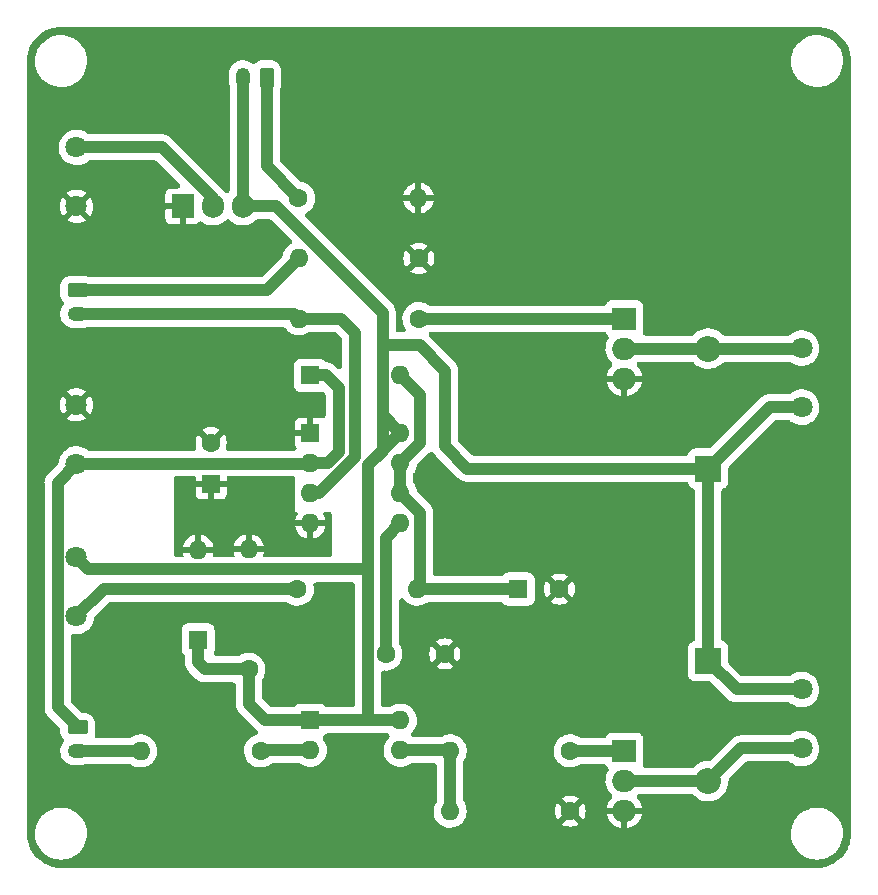
<source format=gbr>
%TF.GenerationSoftware,KiCad,Pcbnew,(6.0.4)*%
%TF.CreationDate,2022-05-03T06:37:52-04:00*%
%TF.ProjectId,smd_vacuum,736d645f-7661-4637-9575-6d2e6b696361,rev?*%
%TF.SameCoordinates,PX62e5620PY277b6c0*%
%TF.FileFunction,Copper,L2,Bot*%
%TF.FilePolarity,Positive*%
%FSLAX46Y46*%
G04 Gerber Fmt 4.6, Leading zero omitted, Abs format (unit mm)*
G04 Created by KiCad (PCBNEW (6.0.4)) date 2022-05-03 06:37:52*
%MOMM*%
%LPD*%
G01*
G04 APERTURE LIST*
G04 Aperture macros list*
%AMRoundRect*
0 Rectangle with rounded corners*
0 $1 Rounding radius*
0 $2 $3 $4 $5 $6 $7 $8 $9 X,Y pos of 4 corners*
0 Add a 4 corners polygon primitive as box body*
4,1,4,$2,$3,$4,$5,$6,$7,$8,$9,$2,$3,0*
0 Add four circle primitives for the rounded corners*
1,1,$1+$1,$2,$3*
1,1,$1+$1,$4,$5*
1,1,$1+$1,$6,$7*
1,1,$1+$1,$8,$9*
0 Add four rect primitives between the rounded corners*
20,1,$1+$1,$2,$3,$4,$5,0*
20,1,$1+$1,$4,$5,$6,$7,0*
20,1,$1+$1,$6,$7,$8,$9,0*
20,1,$1+$1,$8,$9,$2,$3,0*%
G04 Aperture macros list end*
%TA.AperFunction,ComponentPad*%
%ADD10O,1.600000X1.600000*%
%TD*%
%TA.AperFunction,ComponentPad*%
%ADD11C,1.600000*%
%TD*%
%TA.AperFunction,ComponentPad*%
%ADD12R,1.600000X1.600000*%
%TD*%
%TA.AperFunction,ComponentPad*%
%ADD13C,1.800000*%
%TD*%
%TA.AperFunction,ComponentPad*%
%ADD14O,2.000000X1.905000*%
%TD*%
%TA.AperFunction,ComponentPad*%
%ADD15R,2.000000X1.905000*%
%TD*%
%TA.AperFunction,ComponentPad*%
%ADD16O,1.905000X2.000000*%
%TD*%
%TA.AperFunction,ComponentPad*%
%ADD17R,1.905000X2.000000*%
%TD*%
%TA.AperFunction,ComponentPad*%
%ADD18O,2.200000X2.200000*%
%TD*%
%TA.AperFunction,ComponentPad*%
%ADD19R,2.200000X2.200000*%
%TD*%
%TA.AperFunction,ComponentPad*%
%ADD20O,1.750000X1.200000*%
%TD*%
%TA.AperFunction,ComponentPad*%
%ADD21RoundRect,0.249999X-0.625001X0.350001X-0.625001X-0.350001X0.625001X-0.350001X0.625001X0.350001X0*%
%TD*%
%TA.AperFunction,ComponentPad*%
%ADD22O,1.200000X1.750000*%
%TD*%
%TA.AperFunction,ComponentPad*%
%ADD23RoundRect,0.249999X0.350001X0.625001X-0.350001X0.625001X-0.350001X-0.625001X0.350001X-0.625001X0*%
%TD*%
%TA.AperFunction,Conductor*%
%ADD24C,1.000000*%
%TD*%
G04 APERTURE END LIST*
D10*
%TO.P,R9,2*%
%TO.N,Net-(C3-Pad1)*%
X21400000Y-46840000D03*
D11*
%TO.P,R9,1*%
%TO.N,+12V*%
X21400000Y-57000000D03*
%TD*%
D10*
%TO.P,D7,2*%
%TO.N,Net-(C3-Pad1)*%
X17100000Y-46880000D03*
D12*
%TO.P,D7,1*%
%TO.N,+12V*%
X17100000Y-54500000D03*
%TD*%
D11*
%TO.P,C3,2*%
%TO.N,GND*%
X18200000Y-37800000D03*
D12*
%TO.P,C3,1*%
%TO.N,Net-(C3-Pad1)*%
X18200000Y-41300000D03*
%TD*%
D10*
%TO.P,U2,4*%
%TO.N,+12V*%
X34220000Y-61300000D03*
%TO.P,U2,2*%
%TO.N,Net-(R2-Pad1)*%
X26600000Y-63840000D03*
%TO.P,U2,3*%
%TO.N,Net-(R6-Pad2)*%
X34220000Y-63840000D03*
D12*
%TO.P,U2,1*%
%TO.N,+12V*%
X26600000Y-61300000D03*
%TD*%
D10*
%TO.P,U1,8*%
%TO.N,+12V*%
X34220000Y-37000000D03*
%TO.P,U1,4*%
%TO.N,Net-(C3-Pad1)*%
X26600000Y-44620000D03*
%TO.P,U1,7*%
%TO.N,Net-(C2-Pad1)*%
X34220000Y-39540000D03*
%TO.P,U1,3*%
%TO.N,Net-(D4-Pad2)*%
X26600000Y-42080000D03*
%TO.P,U1,6*%
%TO.N,Net-(C2-Pad1)*%
X34220000Y-42080000D03*
%TO.P,U1,2*%
%TO.N,Net-(D2-Pad1)*%
X26600000Y-39540000D03*
%TO.P,U1,5*%
%TO.N,Net-(C1-Pad1)*%
X34220000Y-44620000D03*
D12*
%TO.P,U1,1*%
%TO.N,GND*%
X26600000Y-37000000D03*
%TD*%
D13*
%TO.P,SW1,2*%
%TO.N,Net-(D2-Pad1)*%
X6800000Y-39600000D03*
%TO.P,SW1,1*%
%TO.N,GND*%
X6800000Y-34600000D03*
%TD*%
D10*
%TO.P,R8,2*%
%TO.N,Net-(R6-Pad2)*%
X38440000Y-63900000D03*
D11*
%TO.P,R8,1*%
%TO.N,Net-(Q3-Pad1)*%
X48600000Y-63900000D03*
%TD*%
D10*
%TO.P,R7,2*%
%TO.N,Net-(D4-Pad2)*%
X25640000Y-27300000D03*
D11*
%TO.P,R7,1*%
%TO.N,Net-(Q2-Pad1)*%
X35800000Y-27300000D03*
%TD*%
D10*
%TO.P,R6,2*%
%TO.N,Net-(R6-Pad2)*%
X38440000Y-69000000D03*
D11*
%TO.P,R6,1*%
%TO.N,GND*%
X48600000Y-69000000D03*
%TD*%
D10*
%TO.P,R5,2*%
%TO.N,Net-(D4-Pad1)*%
X25640000Y-22200000D03*
D11*
%TO.P,R5,1*%
%TO.N,GND*%
X35800000Y-22200000D03*
%TD*%
D10*
%TO.P,R4,2*%
%TO.N,Net-(C2-Pad1)*%
X35660000Y-50200000D03*
D11*
%TO.P,R4,1*%
%TO.N,Net-(R3-Pad2)*%
X25500000Y-50200000D03*
%TD*%
D13*
%TO.P,R3,2*%
%TO.N,Net-(R3-Pad2)*%
X6800000Y-52500000D03*
%TO.P,R3,1*%
%TO.N,+12V*%
X6800000Y-47500000D03*
%TD*%
D10*
%TO.P,R2,2*%
%TO.N,Net-(D3-Pad2)*%
X12240000Y-63900000D03*
D11*
%TO.P,R2,1*%
%TO.N,Net-(R2-Pad1)*%
X22400000Y-63900000D03*
%TD*%
D10*
%TO.P,R1,2*%
%TO.N,GND*%
X35760000Y-17100000D03*
D11*
%TO.P,R1,1*%
%TO.N,Net-(D1-Pad1)*%
X25600000Y-17100000D03*
%TD*%
D14*
%TO.P,Q3,3*%
%TO.N,GND*%
X53200000Y-68980000D03*
%TO.P,Q3,2*%
%TO.N,Net-(D6-Pad2)*%
X53200000Y-66440000D03*
D15*
%TO.P,Q3,1*%
%TO.N,Net-(Q3-Pad1)*%
X53200000Y-63900000D03*
%TD*%
D14*
%TO.P,Q2,3*%
%TO.N,GND*%
X53200000Y-32380000D03*
%TO.P,Q2,2*%
%TO.N,Net-(D5-Pad2)*%
X53200000Y-29840000D03*
D15*
%TO.P,Q2,1*%
%TO.N,Net-(Q2-Pad1)*%
X53200000Y-27300000D03*
%TD*%
D16*
%TO.P,Q1,3*%
%TO.N,+12V*%
X20880000Y-17800000D03*
%TO.P,Q1,2*%
%TO.N,Net-(J1-Pad1)*%
X18340000Y-17800000D03*
D17*
%TO.P,Q1,1*%
%TO.N,GND*%
X15800000Y-17800000D03*
%TD*%
D13*
%TO.P,M1,2*%
%TO.N,Net-(D5-Pad2)*%
X68200000Y-29800000D03*
%TO.P,M1,1*%
%TO.N,+12V*%
X68200000Y-34800000D03*
%TD*%
%TO.P,L1,2*%
%TO.N,+12V*%
X68200000Y-58700000D03*
%TO.P,L1,1*%
%TO.N,Net-(D6-Pad2)*%
X68200000Y-63700000D03*
%TD*%
%TO.P,J1,2*%
%TO.N,GND*%
X6800000Y-17800000D03*
%TO.P,J1,1*%
%TO.N,Net-(J1-Pad1)*%
X6800000Y-12800000D03*
%TD*%
D18*
%TO.P,D6,2*%
%TO.N,Net-(D6-Pad2)*%
X60300000Y-66460000D03*
D19*
%TO.P,D6,1*%
%TO.N,+12V*%
X60300000Y-56300000D03*
%TD*%
D18*
%TO.P,D5,2*%
%TO.N,Net-(D5-Pad2)*%
X60300000Y-29840000D03*
D19*
%TO.P,D5,1*%
%TO.N,+12V*%
X60300000Y-40000000D03*
%TD*%
D20*
%TO.P,D4,2*%
%TO.N,Net-(D4-Pad2)*%
X6900000Y-26900000D03*
D21*
%TO.P,D4,1*%
%TO.N,Net-(D4-Pad1)*%
X6900000Y-24900000D03*
%TD*%
D20*
%TO.P,D3,2*%
%TO.N,Net-(D3-Pad2)*%
X6900000Y-63900000D03*
D21*
%TO.P,D3,1*%
%TO.N,Net-(D2-Pad1)*%
X6900000Y-61900000D03*
%TD*%
D10*
%TO.P,D2,2*%
%TO.N,Net-(C2-Pad1)*%
X34220000Y-32100000D03*
D12*
%TO.P,D2,1*%
%TO.N,Net-(D2-Pad1)*%
X26600000Y-32100000D03*
%TD*%
D22*
%TO.P,D1,2*%
%TO.N,+12V*%
X20900000Y-6900000D03*
D23*
%TO.P,D1,1*%
%TO.N,Net-(D1-Pad1)*%
X22900000Y-6900000D03*
%TD*%
D11*
%TO.P,C2,2*%
%TO.N,GND*%
X47700000Y-50200000D03*
D12*
%TO.P,C2,1*%
%TO.N,Net-(C2-Pad1)*%
X44200000Y-50200000D03*
%TD*%
D11*
%TO.P,C1,2*%
%TO.N,GND*%
X38000000Y-55700000D03*
%TO.P,C1,1*%
%TO.N,Net-(C1-Pad1)*%
X33000000Y-55700000D03*
%TD*%
D24*
%TO.N,GND*%
X35800000Y-17140000D02*
X35760000Y-17100000D01*
%TO.N,Net-(C1-Pad1)*%
X33000000Y-45840000D02*
X34220000Y-44620000D01*
X33000000Y-55700000D02*
X33000000Y-45840000D01*
%TO.N,Net-(C2-Pad1)*%
X34220000Y-42080000D02*
X34220000Y-39540000D01*
X35900000Y-33780000D02*
X34220000Y-32100000D01*
X35900000Y-37860000D02*
X35900000Y-33780000D01*
X34220000Y-39540000D02*
X35900000Y-37860000D01*
X44200000Y-50200000D02*
X35660000Y-50200000D01*
X35900000Y-49960000D02*
X35660000Y-50200000D01*
X35900000Y-43760000D02*
X35900000Y-49960000D01*
X34220000Y-42080000D02*
X35900000Y-43760000D01*
%TO.N,+12V*%
X62700000Y-58700000D02*
X60300000Y-56300000D01*
X68200000Y-58700000D02*
X62700000Y-58700000D01*
X65500000Y-34800000D02*
X60300000Y-40000000D01*
X68200000Y-34800000D02*
X65500000Y-34800000D01*
X60300000Y-56300000D02*
X60300000Y-40000000D01*
X20880000Y-6920000D02*
X20900000Y-6900000D01*
X20880000Y-17800000D02*
X20880000Y-6920000D01*
X31500000Y-39720000D02*
X34220000Y-37000000D01*
X31500000Y-52500000D02*
X31500000Y-61300000D01*
X31500000Y-61300000D02*
X34220000Y-61300000D01*
X26600000Y-61300000D02*
X31500000Y-61300000D01*
X31300000Y-48500000D02*
X31500000Y-48300000D01*
X7800000Y-48500000D02*
X31300000Y-48500000D01*
X6800000Y-47500000D02*
X7800000Y-48500000D01*
X31500000Y-48300000D02*
X31500000Y-39720000D01*
X31500000Y-52500000D02*
X31500000Y-48300000D01*
X23730001Y-17800000D02*
X20880000Y-17800000D01*
X32719999Y-26789998D02*
X23730001Y-17800000D01*
X34220000Y-37000000D02*
X32719999Y-35499999D01*
X32719999Y-38500001D02*
X31500000Y-39720000D01*
X32719999Y-35499999D02*
X32719999Y-38500001D01*
X60300000Y-40000000D02*
X39900000Y-40000000D01*
X39900000Y-40000000D02*
X38000000Y-38100000D01*
X38000000Y-38100000D02*
X38000000Y-31700000D01*
X35880001Y-29580001D02*
X32719999Y-29580001D01*
X38000000Y-31700000D02*
X35880001Y-29580001D01*
X32719999Y-29580001D02*
X32719999Y-26789998D01*
X32719999Y-35499999D02*
X32719999Y-29580001D01*
X26600000Y-61300000D02*
X22800000Y-61300000D01*
X21400000Y-59900000D02*
X21400000Y-57000000D01*
X22800000Y-61300000D02*
X21400000Y-59900000D01*
X21400000Y-57000000D02*
X17700000Y-57000000D01*
X17100000Y-56400000D02*
X17100000Y-54500000D01*
X17700000Y-57000000D02*
X17100000Y-56400000D01*
%TO.N,Net-(D1-Pad1)*%
X22900000Y-14400000D02*
X25600000Y-17100000D01*
X22900000Y-6900000D02*
X22900000Y-14400000D01*
%TO.N,Net-(D2-Pad1)*%
X26540000Y-39600000D02*
X26600000Y-39540000D01*
X6800000Y-39600000D02*
X26540000Y-39600000D01*
X5199999Y-60199999D02*
X6900000Y-61900000D01*
X5199999Y-41200001D02*
X5199999Y-60199999D01*
X6800000Y-39600000D02*
X5199999Y-41200001D01*
X27900000Y-32100000D02*
X26600000Y-32100000D01*
X29000000Y-33200000D02*
X27900000Y-32100000D01*
X29000000Y-38600000D02*
X29000000Y-33200000D01*
X28060000Y-39540000D02*
X29000000Y-38600000D01*
X26600000Y-39540000D02*
X28060000Y-39540000D01*
%TO.N,Net-(D3-Pad2)*%
X12240000Y-63900000D02*
X6900000Y-63900000D01*
%TO.N,Net-(D4-Pad2)*%
X25240000Y-26900000D02*
X25640000Y-27300000D01*
X6900000Y-26900000D02*
X25240000Y-26900000D01*
X29200000Y-27300000D02*
X25640000Y-27300000D01*
X30400000Y-28500000D02*
X29200000Y-27300000D01*
X30400000Y-39000000D02*
X30400000Y-28500000D01*
X27320000Y-42080000D02*
X30400000Y-39000000D01*
X26600000Y-42080000D02*
X27320000Y-42080000D01*
%TO.N,Net-(D4-Pad1)*%
X22940000Y-24900000D02*
X25640000Y-22200000D01*
X6900000Y-24900000D02*
X22940000Y-24900000D01*
%TO.N,Net-(D5-Pad2)*%
X68160000Y-29840000D02*
X68200000Y-29800000D01*
X60300000Y-29840000D02*
X68160000Y-29840000D01*
X53200000Y-29840000D02*
X60300000Y-29840000D01*
%TO.N,Net-(D6-Pad2)*%
X60280000Y-66440000D02*
X60300000Y-66460000D01*
X53200000Y-66440000D02*
X60280000Y-66440000D01*
X63060000Y-63700000D02*
X60300000Y-66460000D01*
X68200000Y-63700000D02*
X63060000Y-63700000D01*
%TO.N,Net-(J1-Pad1)*%
X18340000Y-17127498D02*
X18340000Y-17800000D01*
X14012502Y-12800000D02*
X18340000Y-17127498D01*
X6800000Y-12800000D02*
X14012502Y-12800000D01*
%TO.N,Net-(Q2-Pad1)*%
X35800000Y-27300000D02*
X53200000Y-27300000D01*
%TO.N,Net-(Q3-Pad1)*%
X48600000Y-63900000D02*
X53200000Y-63900000D01*
%TO.N,Net-(R2-Pad1)*%
X22460000Y-63840000D02*
X22400000Y-63900000D01*
X26600000Y-63840000D02*
X22460000Y-63840000D01*
%TO.N,Net-(R3-Pad2)*%
X9100000Y-50200000D02*
X6800000Y-52500000D01*
X25500000Y-50200000D02*
X9100000Y-50200000D01*
%TO.N,Net-(R6-Pad2)*%
X38380000Y-63840000D02*
X38440000Y-63900000D01*
X34220000Y-63840000D02*
X38380000Y-63840000D01*
X38440000Y-63900000D02*
X38440000Y-69000000D01*
%TD*%
%TA.AperFunction,Conductor*%
%TO.N,GND*%
G36*
X69476818Y-2602630D02*
G01*
X69483819Y-2603552D01*
X69483821Y-2603552D01*
X69500000Y-2605682D01*
X69516182Y-2603551D01*
X69532501Y-2603551D01*
X69532501Y-2604048D01*
X69550903Y-2603358D01*
X69686884Y-2610995D01*
X69810675Y-2617947D01*
X69838423Y-2621073D01*
X70131414Y-2670855D01*
X70158635Y-2677068D01*
X70240180Y-2700560D01*
X70444217Y-2759342D01*
X70470558Y-2768559D01*
X70745132Y-2882292D01*
X70770274Y-2894399D01*
X71030393Y-3038162D01*
X71054032Y-3053016D01*
X71296406Y-3224990D01*
X71318237Y-3242399D01*
X71539829Y-3440426D01*
X71559574Y-3460171D01*
X71757601Y-3681763D01*
X71775010Y-3703594D01*
X71946984Y-3945968D01*
X71961838Y-3969607D01*
X72105601Y-4229726D01*
X72117708Y-4254868D01*
X72187791Y-4424062D01*
X72231438Y-4529434D01*
X72240658Y-4555783D01*
X72299440Y-4759820D01*
X72322932Y-4841365D01*
X72329145Y-4868586D01*
X72378927Y-5161577D01*
X72382053Y-5189325D01*
X72386157Y-5262406D01*
X72396446Y-5445597D01*
X72396642Y-5449093D01*
X72395952Y-5467499D01*
X72396449Y-5467499D01*
X72396449Y-5483818D01*
X72394318Y-5500000D01*
X72396448Y-5516179D01*
X72396448Y-5516181D01*
X72397370Y-5523182D01*
X72399500Y-5555683D01*
X72399500Y-70844317D01*
X72397370Y-70876818D01*
X72394318Y-70900000D01*
X72396449Y-70916182D01*
X72396449Y-70932501D01*
X72395952Y-70932501D01*
X72396642Y-70950903D01*
X72389005Y-71086884D01*
X72382053Y-71210675D01*
X72378927Y-71238423D01*
X72329145Y-71531414D01*
X72322932Y-71558635D01*
X72254254Y-71797027D01*
X72240661Y-71844209D01*
X72231441Y-71870558D01*
X72117708Y-72145132D01*
X72105601Y-72170274D01*
X71961841Y-72430389D01*
X71946984Y-72454032D01*
X71775010Y-72696406D01*
X71757601Y-72718237D01*
X71559574Y-72939829D01*
X71539829Y-72959574D01*
X71318237Y-73157601D01*
X71296406Y-73175010D01*
X71054032Y-73346984D01*
X71030393Y-73361838D01*
X70770274Y-73505601D01*
X70745132Y-73517708D01*
X70470558Y-73631441D01*
X70444217Y-73640658D01*
X70240180Y-73699440D01*
X70158635Y-73722932D01*
X70131414Y-73729145D01*
X69838423Y-73778927D01*
X69810675Y-73782053D01*
X69686884Y-73789005D01*
X69550903Y-73796642D01*
X69532501Y-73795952D01*
X69532501Y-73796449D01*
X69516182Y-73796449D01*
X69500000Y-73794318D01*
X69483821Y-73796448D01*
X69483819Y-73796448D01*
X69476818Y-73797370D01*
X69444317Y-73799500D01*
X5555683Y-73799500D01*
X5523182Y-73797370D01*
X5516181Y-73796448D01*
X5516179Y-73796448D01*
X5500000Y-73794318D01*
X5483818Y-73796449D01*
X5467499Y-73796449D01*
X5467499Y-73795952D01*
X5449097Y-73796642D01*
X5313116Y-73789005D01*
X5189325Y-73782053D01*
X5161577Y-73778927D01*
X4868586Y-73729145D01*
X4841365Y-73722932D01*
X4759820Y-73699440D01*
X4555783Y-73640658D01*
X4529442Y-73631441D01*
X4254868Y-73517708D01*
X4229726Y-73505601D01*
X3969607Y-73361838D01*
X3945968Y-73346984D01*
X3703594Y-73175010D01*
X3681763Y-73157601D01*
X3460171Y-72959574D01*
X3440426Y-72939829D01*
X3242399Y-72718237D01*
X3224990Y-72696406D01*
X3053016Y-72454032D01*
X3038159Y-72430389D01*
X2894399Y-72170274D01*
X2882292Y-72145132D01*
X2768559Y-71870558D01*
X2759339Y-71844209D01*
X2745747Y-71797027D01*
X2677068Y-71558635D01*
X2670855Y-71531414D01*
X2621073Y-71238423D01*
X2617947Y-71210675D01*
X2610995Y-71086884D01*
X2603358Y-70950903D01*
X2603535Y-70946187D01*
X3295059Y-70946187D01*
X3320536Y-71237399D01*
X3384305Y-71522683D01*
X3485244Y-71797027D01*
X3621580Y-72055612D01*
X3790918Y-72293893D01*
X3990283Y-72507686D01*
X4216171Y-72693233D01*
X4464616Y-72847275D01*
X4731250Y-72967105D01*
X5011391Y-73050619D01*
X5300117Y-73096348D01*
X5307064Y-73096663D01*
X5307069Y-73096664D01*
X5388740Y-73100373D01*
X5388761Y-73100373D01*
X5391547Y-73100500D01*
X5574151Y-73100500D01*
X5578241Y-73100228D01*
X5578252Y-73100228D01*
X5708536Y-73091574D01*
X5791682Y-73086052D01*
X6078239Y-73028272D01*
X6086044Y-73025585D01*
X6086046Y-73025584D01*
X6249023Y-72969466D01*
X6354637Y-72933100D01*
X6616020Y-72802209D01*
X6622855Y-72797564D01*
X6622860Y-72797561D01*
X6769967Y-72697587D01*
X6857795Y-72637899D01*
X6997558Y-72512937D01*
X7069556Y-72448563D01*
X7069559Y-72448560D01*
X7075716Y-72443055D01*
X7081090Y-72436785D01*
X7081095Y-72436780D01*
X7260577Y-72227374D01*
X7265953Y-72221102D01*
X7369054Y-72062340D01*
X7420662Y-71982871D01*
X7420664Y-71982867D01*
X7425164Y-71975938D01*
X7550552Y-71711871D01*
X7639914Y-71433541D01*
X7691681Y-71145836D01*
X7700747Y-70946187D01*
X67295059Y-70946187D01*
X67320536Y-71237399D01*
X67384305Y-71522683D01*
X67485244Y-71797027D01*
X67621580Y-72055612D01*
X67790918Y-72293893D01*
X67990283Y-72507686D01*
X68216171Y-72693233D01*
X68464616Y-72847275D01*
X68731250Y-72967105D01*
X69011391Y-73050619D01*
X69300117Y-73096348D01*
X69307064Y-73096663D01*
X69307069Y-73096664D01*
X69388740Y-73100373D01*
X69388761Y-73100373D01*
X69391547Y-73100500D01*
X69574151Y-73100500D01*
X69578241Y-73100228D01*
X69578252Y-73100228D01*
X69708536Y-73091574D01*
X69791682Y-73086052D01*
X70078239Y-73028272D01*
X70086044Y-73025585D01*
X70086046Y-73025584D01*
X70249023Y-72969466D01*
X70354637Y-72933100D01*
X70616020Y-72802209D01*
X70622855Y-72797564D01*
X70622860Y-72797561D01*
X70769967Y-72697587D01*
X70857795Y-72637899D01*
X70997558Y-72512937D01*
X71069556Y-72448563D01*
X71069559Y-72448560D01*
X71075716Y-72443055D01*
X71081090Y-72436785D01*
X71081095Y-72436780D01*
X71260577Y-72227374D01*
X71265953Y-72221102D01*
X71369054Y-72062340D01*
X71420662Y-71982871D01*
X71420664Y-71982867D01*
X71425164Y-71975938D01*
X71550552Y-71711871D01*
X71639914Y-71433541D01*
X71691681Y-71145836D01*
X71701591Y-70927592D01*
X71704567Y-70862053D01*
X71704567Y-70862051D01*
X71704941Y-70853813D01*
X71679464Y-70562601D01*
X71615695Y-70277317D01*
X71514756Y-70002973D01*
X71378420Y-69744388D01*
X71362668Y-69722222D01*
X71213870Y-69512844D01*
X71213868Y-69512842D01*
X71209082Y-69506107D01*
X71009717Y-69292314D01*
X70908699Y-69209337D01*
X70790216Y-69112013D01*
X70790213Y-69112011D01*
X70783829Y-69106767D01*
X70535384Y-68952725D01*
X70268750Y-68832895D01*
X69988609Y-68749381D01*
X69699883Y-68703652D01*
X69692936Y-68703337D01*
X69692931Y-68703336D01*
X69611260Y-68699627D01*
X69611239Y-68699627D01*
X69608453Y-68699500D01*
X69425849Y-68699500D01*
X69421759Y-68699772D01*
X69421748Y-68699772D01*
X69291464Y-68708426D01*
X69208318Y-68713948D01*
X68921761Y-68771728D01*
X68913956Y-68774415D01*
X68913954Y-68774416D01*
X68889536Y-68782824D01*
X68645363Y-68866900D01*
X68383980Y-68997791D01*
X68377145Y-69002436D01*
X68377140Y-69002439D01*
X68270055Y-69075214D01*
X68142205Y-69162101D01*
X68136056Y-69167599D01*
X68136052Y-69167602D01*
X67930444Y-69351437D01*
X67924284Y-69356945D01*
X67918910Y-69363215D01*
X67918905Y-69363220D01*
X67795201Y-69507549D01*
X67734047Y-69578898D01*
X67729551Y-69585822D01*
X67729549Y-69585824D01*
X67591102Y-69799015D01*
X67574836Y-69824062D01*
X67533648Y-69910803D01*
X67489373Y-70004048D01*
X67449448Y-70088129D01*
X67411252Y-70207096D01*
X67364877Y-70351538D01*
X67360086Y-70366459D01*
X67308319Y-70654164D01*
X67307945Y-70662406D01*
X67298944Y-70860639D01*
X67295059Y-70946187D01*
X7700747Y-70946187D01*
X7701591Y-70927592D01*
X7704567Y-70862053D01*
X7704567Y-70862051D01*
X7704941Y-70853813D01*
X7679464Y-70562601D01*
X7615695Y-70277317D01*
X7514756Y-70002973D01*
X7378420Y-69744388D01*
X7362668Y-69722222D01*
X7213870Y-69512844D01*
X7213868Y-69512842D01*
X7209082Y-69506107D01*
X7009717Y-69292314D01*
X6908699Y-69209337D01*
X6790216Y-69112013D01*
X6790213Y-69112011D01*
X6783829Y-69106767D01*
X6535384Y-68952725D01*
X6268750Y-68832895D01*
X5988609Y-68749381D01*
X5699883Y-68703652D01*
X5692936Y-68703337D01*
X5692931Y-68703336D01*
X5611260Y-68699627D01*
X5611239Y-68699627D01*
X5608453Y-68699500D01*
X5425849Y-68699500D01*
X5421759Y-68699772D01*
X5421748Y-68699772D01*
X5291464Y-68708426D01*
X5208318Y-68713948D01*
X4921761Y-68771728D01*
X4913956Y-68774415D01*
X4913954Y-68774416D01*
X4889536Y-68782824D01*
X4645363Y-68866900D01*
X4383980Y-68997791D01*
X4377145Y-69002436D01*
X4377140Y-69002439D01*
X4270055Y-69075214D01*
X4142205Y-69162101D01*
X4136056Y-69167599D01*
X4136052Y-69167602D01*
X3930444Y-69351437D01*
X3924284Y-69356945D01*
X3918910Y-69363215D01*
X3918905Y-69363220D01*
X3795201Y-69507549D01*
X3734047Y-69578898D01*
X3729551Y-69585822D01*
X3729549Y-69585824D01*
X3591102Y-69799015D01*
X3574836Y-69824062D01*
X3533648Y-69910803D01*
X3489373Y-70004048D01*
X3449448Y-70088129D01*
X3411252Y-70207096D01*
X3364877Y-70351538D01*
X3360086Y-70366459D01*
X3308319Y-70654164D01*
X3307945Y-70662406D01*
X3298944Y-70860639D01*
X3295059Y-70946187D01*
X2603535Y-70946187D01*
X2604048Y-70932501D01*
X2603551Y-70932501D01*
X2603551Y-70916182D01*
X2605682Y-70900000D01*
X2602630Y-70876818D01*
X2600500Y-70844317D01*
X2600500Y-41172992D01*
X4094823Y-41172992D01*
X4095660Y-41184815D01*
X4095660Y-41184817D01*
X4098877Y-41230250D01*
X4099499Y-41247836D01*
X4099499Y-60097530D01*
X4099054Y-60109673D01*
X4097462Y-60119033D01*
X4097720Y-60130872D01*
X4097720Y-60130876D01*
X4099440Y-60209685D01*
X4099499Y-60215117D01*
X4099499Y-60252468D01*
X4100061Y-60258358D01*
X4100343Y-60264281D01*
X4100294Y-60264283D01*
X4100832Y-60273478D01*
X4102043Y-60328980D01*
X4107517Y-60354404D01*
X4111968Y-60383157D01*
X4114438Y-60409045D01*
X4117774Y-60420416D01*
X4117774Y-60420417D01*
X4130066Y-60462317D01*
X4134551Y-60479975D01*
X4146241Y-60534270D01*
X4150880Y-60545172D01*
X4150880Y-60545173D01*
X4156424Y-60558203D01*
X4166229Y-60585587D01*
X4173552Y-60610548D01*
X4198975Y-60659909D01*
X4206715Y-60676395D01*
X4228461Y-60727501D01*
X4235081Y-60737334D01*
X4242986Y-60749076D01*
X4257799Y-60774124D01*
X4269704Y-60797238D01*
X4301017Y-60837102D01*
X4303995Y-60840893D01*
X4314730Y-60855641D01*
X4345738Y-60901698D01*
X4349451Y-60905793D01*
X4364669Y-60921011D01*
X4384412Y-60943269D01*
X4392100Y-60953057D01*
X4392107Y-60953065D01*
X4399423Y-60962378D01*
X4408370Y-60970142D01*
X4408372Y-60970144D01*
X4442776Y-60999998D01*
X4455651Y-61011993D01*
X5351571Y-61907913D01*
X5405547Y-61988695D01*
X5424501Y-62083983D01*
X5424501Y-62323566D01*
X5427400Y-62366108D01*
X5430055Y-62376755D01*
X5430057Y-62376765D01*
X5464606Y-62515330D01*
X5472105Y-62545408D01*
X5478103Y-62557491D01*
X5541421Y-62685044D01*
X5554269Y-62710927D01*
X5629098Y-62803996D01*
X5669525Y-62854277D01*
X5714462Y-62940415D01*
X5723014Y-63037193D01*
X5693879Y-63129877D01*
X5674601Y-63159450D01*
X5668499Y-63166051D01*
X5662403Y-63175713D01*
X5662402Y-63175714D01*
X5637751Y-63214783D01*
X5550764Y-63352650D01*
X5546535Y-63363250D01*
X5546533Y-63363254D01*
X5473236Y-63546975D01*
X5473234Y-63546980D01*
X5469006Y-63557579D01*
X5425962Y-63773976D01*
X5425547Y-63805665D01*
X5423328Y-63975214D01*
X5423074Y-63994594D01*
X5425006Y-64005836D01*
X5457849Y-64196975D01*
X5460438Y-64212043D01*
X5479393Y-64263423D01*
X5532564Y-64407549D01*
X5536804Y-64419043D01*
X5649614Y-64608659D01*
X5657143Y-64617244D01*
X5787564Y-64765962D01*
X5787568Y-64765966D01*
X5795090Y-64774543D01*
X5804052Y-64781608D01*
X5804053Y-64781609D01*
X5830555Y-64802501D01*
X5968360Y-64911137D01*
X6163620Y-65013869D01*
X6174519Y-65017253D01*
X6174521Y-65017254D01*
X6201287Y-65025565D01*
X6374333Y-65079297D01*
X6553476Y-65100500D01*
X7230970Y-65100500D01*
X7394711Y-65085454D01*
X7551739Y-65041168D01*
X7596076Y-65028664D01*
X7596077Y-65028664D01*
X7607064Y-65025565D01*
X7617306Y-65020514D01*
X7626359Y-65017039D01*
X7715595Y-65000500D01*
X11284563Y-65000500D01*
X11379851Y-65019454D01*
X11426785Y-65045203D01*
X11433953Y-65051154D01*
X11632790Y-65167345D01*
X11847934Y-65249501D01*
X12073607Y-65295414D01*
X12184329Y-65299474D01*
X12293537Y-65303479D01*
X12293543Y-65303479D01*
X12303749Y-65303853D01*
X12313880Y-65302555D01*
X12313885Y-65302555D01*
X12436058Y-65286904D01*
X12532178Y-65274591D01*
X12541962Y-65271656D01*
X12541965Y-65271655D01*
X12742972Y-65211350D01*
X12742974Y-65211349D01*
X12752761Y-65208413D01*
X12761936Y-65203918D01*
X12761939Y-65203917D01*
X12861094Y-65155341D01*
X12959574Y-65107096D01*
X13147062Y-64973363D01*
X13310190Y-64810803D01*
X13317594Y-64800500D01*
X13405833Y-64677701D01*
X13444577Y-64623783D01*
X13546615Y-64417325D01*
X13591464Y-64269712D01*
X13610591Y-64206758D01*
X13610592Y-64206754D01*
X13613563Y-64196975D01*
X13638435Y-64008049D01*
X13642758Y-63975214D01*
X13642758Y-63975209D01*
X13643622Y-63968649D01*
X13645300Y-63900000D01*
X13638384Y-63815872D01*
X13627267Y-63680659D01*
X13626430Y-63670478D01*
X13615467Y-63626830D01*
X13572817Y-63457036D01*
X13572816Y-63457033D01*
X13570326Y-63447120D01*
X13478496Y-63235924D01*
X13353405Y-63042563D01*
X13291940Y-62975014D01*
X13205284Y-62879781D01*
X13205283Y-62879780D01*
X13198412Y-62872229D01*
X13034764Y-62742987D01*
X13025699Y-62735828D01*
X13025697Y-62735827D01*
X13017681Y-62729496D01*
X12816065Y-62618198D01*
X12806439Y-62614789D01*
X12806434Y-62614787D01*
X12608608Y-62544733D01*
X12608606Y-62544732D01*
X12598978Y-62541323D01*
X12372250Y-62500937D01*
X12362028Y-62500812D01*
X12362027Y-62500812D01*
X12223389Y-62499118D01*
X12141971Y-62498123D01*
X12131870Y-62499669D01*
X12131865Y-62499669D01*
X11974188Y-62523798D01*
X11914325Y-62532958D01*
X11904611Y-62536133D01*
X11904607Y-62536134D01*
X11734674Y-62591677D01*
X11695424Y-62604506D01*
X11686357Y-62609226D01*
X11511022Y-62700500D01*
X11491149Y-62710845D01*
X11482976Y-62716982D01*
X11482972Y-62716984D01*
X11439504Y-62749621D01*
X11351923Y-62791677D01*
X11289999Y-62799500D01*
X8583248Y-62799500D01*
X8487960Y-62780546D01*
X8407178Y-62726570D01*
X8353202Y-62645788D01*
X8334248Y-62550500D01*
X8341643Y-62490268D01*
X8372600Y-62366108D01*
X8375500Y-62323567D01*
X8375499Y-61476434D01*
X8372600Y-61433892D01*
X8327895Y-61254592D01*
X8245731Y-61089073D01*
X8129941Y-60945059D01*
X7985927Y-60829269D01*
X7973846Y-60823272D01*
X7973843Y-60823270D01*
X7832491Y-60753103D01*
X7820408Y-60747105D01*
X7807320Y-60743842D01*
X7807318Y-60743841D01*
X7651766Y-60705057D01*
X7651762Y-60705056D01*
X7641108Y-60702400D01*
X7598567Y-60699500D01*
X7358982Y-60699500D01*
X7263694Y-60680546D01*
X7182912Y-60626570D01*
X6373429Y-59817087D01*
X6319453Y-59736305D01*
X6300499Y-59641017D01*
X6300499Y-54234458D01*
X6319453Y-54139170D01*
X6373429Y-54058388D01*
X6454211Y-54004412D01*
X6549499Y-53985458D01*
X6599139Y-53990456D01*
X6621726Y-53995052D01*
X6724353Y-53998815D01*
X6858087Y-54003719D01*
X6858093Y-54003719D01*
X6868300Y-54004093D01*
X6878431Y-54002795D01*
X6878436Y-54002795D01*
X7013769Y-53985458D01*
X7113041Y-53972741D01*
X7349374Y-53901838D01*
X7570954Y-53793287D01*
X7745488Y-53668793D01*
X7763512Y-53655937D01*
X7763516Y-53655934D01*
X7771829Y-53650004D01*
X7946605Y-53475837D01*
X8090588Y-53275463D01*
X8199911Y-53054264D01*
X8271639Y-52818180D01*
X8296004Y-52633106D01*
X8327233Y-52541108D01*
X8366804Y-52489538D01*
X9482912Y-51373430D01*
X9563694Y-51319454D01*
X9658982Y-51300500D01*
X24544563Y-51300500D01*
X24639851Y-51319454D01*
X24686785Y-51345203D01*
X24693953Y-51351154D01*
X24892790Y-51467345D01*
X25016535Y-51514599D01*
X25042558Y-51524536D01*
X25107934Y-51549501D01*
X25333607Y-51595414D01*
X25443265Y-51599435D01*
X25553537Y-51603479D01*
X25553543Y-51603479D01*
X25563749Y-51603853D01*
X25573880Y-51602555D01*
X25573885Y-51602555D01*
X25710578Y-51585044D01*
X25792178Y-51574591D01*
X25801962Y-51571656D01*
X25801965Y-51571655D01*
X26002972Y-51511350D01*
X26002974Y-51511349D01*
X26012761Y-51508413D01*
X26021936Y-51503918D01*
X26021939Y-51503917D01*
X26202770Y-51415328D01*
X26219574Y-51407096D01*
X26407062Y-51273363D01*
X26508942Y-51171838D01*
X26562948Y-51118020D01*
X26562949Y-51118019D01*
X26570190Y-51110803D01*
X26624411Y-51035347D01*
X26660495Y-50985130D01*
X26704577Y-50923783D01*
X26712477Y-50907800D01*
X26762764Y-50806051D01*
X26806615Y-50717325D01*
X26873563Y-50496975D01*
X26903622Y-50268649D01*
X26905300Y-50200000D01*
X26886430Y-49970478D01*
X26871279Y-49910159D01*
X26866448Y-49813126D01*
X26899119Y-49721629D01*
X26964316Y-49649599D01*
X27052116Y-49608002D01*
X27112777Y-49600500D01*
X30150500Y-49600500D01*
X30245788Y-49619454D01*
X30326570Y-49673430D01*
X30380546Y-49754212D01*
X30399500Y-49849500D01*
X30399500Y-59950500D01*
X30380546Y-60045788D01*
X30326570Y-60126570D01*
X30245788Y-60180546D01*
X30150500Y-60199500D01*
X28049125Y-60199500D01*
X27953837Y-60180546D01*
X27873055Y-60126570D01*
X27851583Y-60102085D01*
X27828282Y-60071718D01*
X27803475Y-60052683D01*
X27715792Y-59985401D01*
X27715789Y-59985399D01*
X27702841Y-59975464D01*
X27687761Y-59969218D01*
X27687760Y-59969217D01*
X27601171Y-59933351D01*
X27556762Y-59914956D01*
X27540585Y-59912826D01*
X27540584Y-59912826D01*
X27507073Y-59908414D01*
X27439361Y-59899500D01*
X26600103Y-59899500D01*
X25760640Y-59899501D01*
X25752559Y-59900565D01*
X25752556Y-59900565D01*
X25709841Y-59906188D01*
X25643238Y-59914956D01*
X25628159Y-59921202D01*
X25512240Y-59969217D01*
X25512239Y-59969218D01*
X25497159Y-59975464D01*
X25484211Y-59985399D01*
X25484208Y-59985401D01*
X25396525Y-60052683D01*
X25371718Y-60071718D01*
X25348419Y-60102081D01*
X25275377Y-60166139D01*
X25183378Y-60197370D01*
X25150875Y-60199500D01*
X23358982Y-60199500D01*
X23263694Y-60180546D01*
X23182912Y-60126570D01*
X22573430Y-59517088D01*
X22519454Y-59436306D01*
X22500500Y-59341018D01*
X22500500Y-57948806D01*
X22519454Y-57853518D01*
X22547288Y-57803509D01*
X22604577Y-57723783D01*
X22614928Y-57702841D01*
X22662591Y-57606401D01*
X22706615Y-57517325D01*
X22764540Y-57326673D01*
X22770591Y-57306758D01*
X22770592Y-57306754D01*
X22773563Y-57296975D01*
X22790260Y-57170145D01*
X22802758Y-57075214D01*
X22802758Y-57075209D01*
X22803622Y-57068649D01*
X22804160Y-57046662D01*
X22805138Y-57006626D01*
X22805300Y-57000000D01*
X22786430Y-56770478D01*
X22780075Y-56745174D01*
X22732817Y-56557036D01*
X22732816Y-56557033D01*
X22730326Y-56547120D01*
X22676019Y-56422222D01*
X22642571Y-56345295D01*
X22642569Y-56345291D01*
X22638496Y-56335924D01*
X22513405Y-56142563D01*
X22358412Y-55972229D01*
X22177681Y-55829496D01*
X21976065Y-55718198D01*
X21966439Y-55714789D01*
X21966434Y-55714787D01*
X21768608Y-55644733D01*
X21768606Y-55644732D01*
X21758978Y-55641323D01*
X21532250Y-55600937D01*
X21522028Y-55600812D01*
X21522027Y-55600812D01*
X21383389Y-55599118D01*
X21301971Y-55598123D01*
X21291870Y-55599669D01*
X21291865Y-55599669D01*
X21134188Y-55623798D01*
X21074325Y-55632958D01*
X21064611Y-55636133D01*
X21064607Y-55636134D01*
X20922265Y-55682659D01*
X20855424Y-55704506D01*
X20651149Y-55810845D01*
X20642976Y-55816982D01*
X20642972Y-55816984D01*
X20599504Y-55849621D01*
X20511923Y-55891677D01*
X20449999Y-55899500D01*
X18674311Y-55899500D01*
X18579023Y-55880546D01*
X18498241Y-55826570D01*
X18444265Y-55745788D01*
X18425311Y-55650500D01*
X18444265Y-55555212D01*
X18478799Y-55471839D01*
X18478799Y-55471838D01*
X18485044Y-55456762D01*
X18487175Y-55440580D01*
X18499436Y-55347441D01*
X18500500Y-55339361D01*
X18500499Y-53660640D01*
X18485044Y-53543238D01*
X18424536Y-53397159D01*
X18414601Y-53384211D01*
X18414599Y-53384208D01*
X18338222Y-53284672D01*
X18328282Y-53271718D01*
X18315328Y-53261778D01*
X18215792Y-53185401D01*
X18215789Y-53185399D01*
X18202841Y-53175464D01*
X18187761Y-53169218D01*
X18187760Y-53169217D01*
X18137405Y-53148360D01*
X18056762Y-53114956D01*
X18040585Y-53112826D01*
X18040584Y-53112826D01*
X18007073Y-53108414D01*
X17939361Y-53099500D01*
X17100103Y-53099500D01*
X16260640Y-53099501D01*
X16252559Y-53100565D01*
X16252556Y-53100565D01*
X16209841Y-53106188D01*
X16143238Y-53114956D01*
X16128159Y-53121202D01*
X16012240Y-53169217D01*
X16012239Y-53169218D01*
X15997159Y-53175464D01*
X15984211Y-53185399D01*
X15984208Y-53185401D01*
X15884672Y-53261778D01*
X15871718Y-53271718D01*
X15861778Y-53284672D01*
X15785401Y-53384208D01*
X15785399Y-53384211D01*
X15775464Y-53397159D01*
X15714956Y-53543238D01*
X15712826Y-53559415D01*
X15712826Y-53559416D01*
X15708414Y-53592927D01*
X15699500Y-53660639D01*
X15699501Y-55339360D01*
X15714956Y-55456762D01*
X15775464Y-55602841D01*
X15785399Y-55615789D01*
X15785401Y-55615792D01*
X15851036Y-55701329D01*
X15871718Y-55728282D01*
X15902081Y-55751581D01*
X15966139Y-55824623D01*
X15997370Y-55916622D01*
X15999500Y-55949125D01*
X15999500Y-56297531D01*
X15999055Y-56309674D01*
X15997463Y-56319034D01*
X15997721Y-56330873D01*
X15997721Y-56330877D01*
X15999441Y-56409686D01*
X15999500Y-56415118D01*
X15999500Y-56452469D01*
X16000062Y-56458359D01*
X16000344Y-56464282D01*
X16000295Y-56464284D01*
X16000833Y-56473479D01*
X16002044Y-56528981D01*
X16007518Y-56554405D01*
X16011969Y-56583158D01*
X16014439Y-56609046D01*
X16017775Y-56620417D01*
X16017775Y-56620418D01*
X16030067Y-56662318D01*
X16034552Y-56679976D01*
X16046242Y-56734271D01*
X16050881Y-56745173D01*
X16050881Y-56745174D01*
X16056425Y-56758204D01*
X16066230Y-56785588D01*
X16073553Y-56810549D01*
X16098976Y-56859910D01*
X16106716Y-56876396D01*
X16128462Y-56927502D01*
X16135082Y-56937335D01*
X16142987Y-56949077D01*
X16157800Y-56974125D01*
X16169705Y-56997239D01*
X16201018Y-57037103D01*
X16203996Y-57040894D01*
X16214731Y-57055642D01*
X16227489Y-57074591D01*
X16245739Y-57101699D01*
X16249452Y-57105794D01*
X16264670Y-57121012D01*
X16284413Y-57143270D01*
X16292101Y-57153058D01*
X16292108Y-57153066D01*
X16299424Y-57162379D01*
X16308371Y-57170143D01*
X16308373Y-57170145D01*
X16342777Y-57199999D01*
X16355652Y-57211994D01*
X16849381Y-57705723D01*
X16857643Y-57714615D01*
X16863137Y-57722360D01*
X16871697Y-57730554D01*
X16928600Y-57785027D01*
X16932484Y-57788826D01*
X16958930Y-57815272D01*
X16963500Y-57819046D01*
X16967869Y-57823018D01*
X16967836Y-57823054D01*
X16974725Y-57829183D01*
X17006270Y-57859380D01*
X17014831Y-57867575D01*
X17024783Y-57874001D01*
X17024787Y-57874004D01*
X17036676Y-57881680D01*
X17060149Y-57898858D01*
X17080210Y-57915425D01*
X17090613Y-57921109D01*
X17090615Y-57921110D01*
X17128927Y-57942042D01*
X17144608Y-57951371D01*
X17191246Y-57981485D01*
X17202233Y-57985913D01*
X17202237Y-57985915D01*
X17215361Y-57991204D01*
X17241672Y-58003641D01*
X17264494Y-58016110D01*
X17275776Y-58019721D01*
X17275780Y-58019723D01*
X17317368Y-58033035D01*
X17334523Y-58039227D01*
X17386019Y-58059981D01*
X17411541Y-58064965D01*
X17439725Y-58072202D01*
X17453198Y-58076515D01*
X17453208Y-58076517D01*
X17464494Y-58080130D01*
X17514243Y-58086106D01*
X17519611Y-58086751D01*
X17537638Y-58089590D01*
X17583322Y-58098512D01*
X17583329Y-58098513D01*
X17592122Y-58100230D01*
X17597643Y-58100500D01*
X17619160Y-58100500D01*
X17648858Y-58102277D01*
X17672991Y-58105176D01*
X17684814Y-58104339D01*
X17684816Y-58104339D01*
X17730249Y-58101122D01*
X17747835Y-58100500D01*
X20050500Y-58100500D01*
X20145788Y-58119454D01*
X20226570Y-58173430D01*
X20280546Y-58254212D01*
X20299500Y-58349500D01*
X20299500Y-59797531D01*
X20299055Y-59809674D01*
X20297463Y-59819034D01*
X20297721Y-59830873D01*
X20297721Y-59830877D01*
X20299441Y-59909686D01*
X20299500Y-59915118D01*
X20299500Y-59952469D01*
X20300062Y-59958359D01*
X20300344Y-59964282D01*
X20300295Y-59964284D01*
X20300833Y-59973479D01*
X20302044Y-60028981D01*
X20307147Y-60052683D01*
X20307518Y-60054405D01*
X20311969Y-60083158D01*
X20314439Y-60109046D01*
X20317775Y-60120417D01*
X20317775Y-60120418D01*
X20330067Y-60162318D01*
X20334552Y-60179976D01*
X20346242Y-60234271D01*
X20350881Y-60245173D01*
X20350881Y-60245174D01*
X20356425Y-60258204D01*
X20366230Y-60285588D01*
X20373553Y-60310549D01*
X20398976Y-60359910D01*
X20406716Y-60376396D01*
X20428462Y-60427502D01*
X20435082Y-60437335D01*
X20442987Y-60449077D01*
X20457800Y-60474125D01*
X20469705Y-60497239D01*
X20498793Y-60534270D01*
X20503996Y-60540894D01*
X20514731Y-60555642D01*
X20534892Y-60585587D01*
X20545739Y-60601699D01*
X20549452Y-60605794D01*
X20564670Y-60621012D01*
X20584413Y-60643270D01*
X20592101Y-60653058D01*
X20592108Y-60653066D01*
X20599424Y-60662379D01*
X20608371Y-60670143D01*
X20608373Y-60670145D01*
X20642777Y-60699999D01*
X20655652Y-60711994D01*
X21949381Y-62005723D01*
X21957643Y-62014615D01*
X21963137Y-62022360D01*
X21971697Y-62030554D01*
X22028600Y-62085027D01*
X22032484Y-62088826D01*
X22058930Y-62115272D01*
X22063500Y-62119046D01*
X22067869Y-62123018D01*
X22067836Y-62123054D01*
X22074725Y-62129183D01*
X22088812Y-62142668D01*
X22144539Y-62222252D01*
X22165569Y-62317104D01*
X22148699Y-62412783D01*
X22096499Y-62494723D01*
X22016915Y-62550450D01*
X21994006Y-62559210D01*
X21855424Y-62604506D01*
X21846357Y-62609226D01*
X21671022Y-62700500D01*
X21651149Y-62710845D01*
X21466984Y-62849119D01*
X21459925Y-62856506D01*
X21314945Y-63008219D01*
X21314941Y-63008224D01*
X21307877Y-63015616D01*
X21289495Y-63042563D01*
X21192130Y-63185295D01*
X21178099Y-63205863D01*
X21114445Y-63342993D01*
X21098315Y-63377744D01*
X21081136Y-63414752D01*
X21019592Y-63636673D01*
X21014891Y-63680659D01*
X20997154Y-63846626D01*
X20995119Y-63865665D01*
X21008376Y-64095580D01*
X21010623Y-64105548D01*
X21010623Y-64105552D01*
X21047619Y-64269712D01*
X21059006Y-64320242D01*
X21145649Y-64533618D01*
X21265979Y-64729978D01*
X21272663Y-64737695D01*
X21272668Y-64737701D01*
X21342243Y-64818020D01*
X21416763Y-64904048D01*
X21593953Y-65051154D01*
X21792790Y-65167345D01*
X22007934Y-65249501D01*
X22233607Y-65295414D01*
X22344329Y-65299474D01*
X22453537Y-65303479D01*
X22453543Y-65303479D01*
X22463749Y-65303853D01*
X22473880Y-65302555D01*
X22473885Y-65302555D01*
X22596058Y-65286904D01*
X22692178Y-65274591D01*
X22701962Y-65271656D01*
X22701965Y-65271655D01*
X22902972Y-65211350D01*
X22902974Y-65211349D01*
X22912761Y-65208413D01*
X22921936Y-65203918D01*
X22921939Y-65203917D01*
X23021094Y-65155341D01*
X23119574Y-65107096D01*
X23272828Y-64997782D01*
X23288245Y-64986785D01*
X23376827Y-64946882D01*
X23432839Y-64940500D01*
X25644563Y-64940500D01*
X25739851Y-64959454D01*
X25786785Y-64985203D01*
X25793953Y-64991154D01*
X25992790Y-65107345D01*
X26008309Y-65113271D01*
X26198211Y-65185788D01*
X26207934Y-65189501D01*
X26433607Y-65235414D01*
X26544329Y-65239474D01*
X26653537Y-65243479D01*
X26653543Y-65243479D01*
X26663749Y-65243853D01*
X26673880Y-65242555D01*
X26673885Y-65242555D01*
X26796058Y-65226904D01*
X26892178Y-65214591D01*
X26901962Y-65211656D01*
X26901965Y-65211655D01*
X27102972Y-65151350D01*
X27102974Y-65151349D01*
X27112761Y-65148413D01*
X27121936Y-65143918D01*
X27121939Y-65143917D01*
X27217014Y-65097340D01*
X27319574Y-65047096D01*
X27507062Y-64913363D01*
X27628853Y-64791996D01*
X27662948Y-64758020D01*
X27662949Y-64758019D01*
X27670190Y-64750803D01*
X27677355Y-64740833D01*
X27755497Y-64632085D01*
X27804577Y-64563783D01*
X27815177Y-64542337D01*
X27902089Y-64366482D01*
X27906615Y-64357325D01*
X27947501Y-64222755D01*
X27970591Y-64146758D01*
X27970592Y-64146754D01*
X27973563Y-64136975D01*
X27990827Y-64005836D01*
X28002758Y-63915214D01*
X28002758Y-63915209D01*
X28003622Y-63908649D01*
X28003834Y-63900000D01*
X28005138Y-63846626D01*
X28005300Y-63840000D01*
X27986430Y-63610478D01*
X27975467Y-63566830D01*
X27932817Y-63397036D01*
X27932816Y-63397033D01*
X27930326Y-63387120D01*
X27864585Y-63235924D01*
X27842571Y-63185295D01*
X27842569Y-63185291D01*
X27838496Y-63175924D01*
X27713405Y-62982563D01*
X27699470Y-62967248D01*
X27649358Y-62884016D01*
X27634911Y-62787941D01*
X27658331Y-62693651D01*
X27716051Y-62615500D01*
X27732054Y-62602120D01*
X27734433Y-62600295D01*
X27828282Y-62528282D01*
X27851581Y-62497919D01*
X27924623Y-62433861D01*
X28016622Y-62402630D01*
X28049125Y-62400500D01*
X31402617Y-62400500D01*
X31422431Y-62401929D01*
X31422432Y-62401906D01*
X31434263Y-62402485D01*
X31445996Y-62404186D01*
X31457837Y-62403638D01*
X31519888Y-62400766D01*
X31531400Y-62400500D01*
X33075994Y-62400500D01*
X33171282Y-62419454D01*
X33252064Y-62473430D01*
X33306040Y-62554212D01*
X33324994Y-62649500D01*
X33306040Y-62744788D01*
X33256014Y-62821527D01*
X33127877Y-62955616D01*
X33094849Y-63004033D01*
X33009004Y-63129877D01*
X32998099Y-63145863D01*
X32901136Y-63354752D01*
X32839592Y-63576673D01*
X32834891Y-63620659D01*
X32817850Y-63780114D01*
X32815119Y-63805665D01*
X32828376Y-64035580D01*
X32830623Y-64045548D01*
X32830623Y-64045552D01*
X32875457Y-64244493D01*
X32879006Y-64260242D01*
X32965649Y-64473618D01*
X32970992Y-64482337D01*
X33048403Y-64608659D01*
X33085979Y-64669978D01*
X33092663Y-64677695D01*
X33092668Y-64677701D01*
X33162243Y-64758020D01*
X33236763Y-64844048D01*
X33413953Y-64991154D01*
X33612790Y-65107345D01*
X33628309Y-65113271D01*
X33818211Y-65185788D01*
X33827934Y-65189501D01*
X34053607Y-65235414D01*
X34164329Y-65239474D01*
X34273537Y-65243479D01*
X34273543Y-65243479D01*
X34283749Y-65243853D01*
X34293880Y-65242555D01*
X34293885Y-65242555D01*
X34416058Y-65226904D01*
X34512178Y-65214591D01*
X34521962Y-65211656D01*
X34521965Y-65211655D01*
X34722972Y-65151350D01*
X34722974Y-65151349D01*
X34732761Y-65148413D01*
X34741936Y-65143918D01*
X34741939Y-65143917D01*
X34837014Y-65097340D01*
X34939574Y-65047096D01*
X35024130Y-64986783D01*
X35112708Y-64946882D01*
X35168721Y-64940500D01*
X37090500Y-64940500D01*
X37185788Y-64959454D01*
X37266570Y-65013430D01*
X37320546Y-65094212D01*
X37339500Y-65189500D01*
X37339500Y-68051056D01*
X37320546Y-68146344D01*
X37296202Y-68191368D01*
X37218099Y-68305863D01*
X37121136Y-68514752D01*
X37059592Y-68736673D01*
X37048947Y-68836282D01*
X37036502Y-68952725D01*
X37035119Y-68965665D01*
X37048376Y-69195580D01*
X37050623Y-69205548D01*
X37050623Y-69205552D01*
X37089160Y-69376551D01*
X37099006Y-69420242D01*
X37102850Y-69429708D01*
X37102851Y-69429712D01*
X37114711Y-69458919D01*
X37185649Y-69633618D01*
X37305979Y-69829978D01*
X37312663Y-69837695D01*
X37312668Y-69837701D01*
X37382243Y-69918020D01*
X37456763Y-70004048D01*
X37633953Y-70151154D01*
X37832790Y-70267345D01*
X38047934Y-70349501D01*
X38273607Y-70395414D01*
X38384329Y-70399474D01*
X38493537Y-70403479D01*
X38493543Y-70403479D01*
X38503749Y-70403853D01*
X38513880Y-70402555D01*
X38513885Y-70402555D01*
X38636058Y-70386904D01*
X38732178Y-70374591D01*
X38741962Y-70371656D01*
X38741965Y-70371655D01*
X38942972Y-70311350D01*
X38942974Y-70311349D01*
X38952761Y-70308413D01*
X38961936Y-70303918D01*
X38961939Y-70303917D01*
X39114411Y-70229221D01*
X39159574Y-70207096D01*
X39327805Y-70087099D01*
X47877865Y-70087099D01*
X47882925Y-70094671D01*
X47934594Y-70130851D01*
X47953354Y-70141682D01*
X48141081Y-70229221D01*
X48161424Y-70236625D01*
X48361507Y-70290237D01*
X48382824Y-70293996D01*
X48589176Y-70312049D01*
X48610824Y-70312049D01*
X48817176Y-70293996D01*
X48838493Y-70290237D01*
X49038576Y-70236625D01*
X49058919Y-70229221D01*
X49246646Y-70141682D01*
X49265406Y-70130851D01*
X49307800Y-70101166D01*
X49322222Y-70086100D01*
X49318554Y-70077764D01*
X48617341Y-69376551D01*
X48600000Y-69364964D01*
X48582659Y-69376551D01*
X47889452Y-70069758D01*
X47877865Y-70087099D01*
X39327805Y-70087099D01*
X39347062Y-70073363D01*
X39510190Y-69910803D01*
X39568269Y-69829978D01*
X39577501Y-69817129D01*
X39644577Y-69723783D01*
X39652477Y-69707800D01*
X39716184Y-69578898D01*
X39746615Y-69517325D01*
X39803728Y-69329346D01*
X39810591Y-69306758D01*
X39810592Y-69306754D01*
X39813563Y-69296975D01*
X39843622Y-69068649D01*
X39845035Y-69010824D01*
X47287951Y-69010824D01*
X47306004Y-69217176D01*
X47309763Y-69238493D01*
X47363375Y-69438576D01*
X47370779Y-69458919D01*
X47458318Y-69646646D01*
X47469149Y-69665406D01*
X47498834Y-69707800D01*
X47513900Y-69722222D01*
X47522236Y-69718554D01*
X48223449Y-69017341D01*
X48235036Y-69000000D01*
X48964964Y-69000000D01*
X48976551Y-69017341D01*
X49669758Y-69710548D01*
X49687099Y-69722135D01*
X49694671Y-69717075D01*
X49730851Y-69665406D01*
X49741682Y-69646646D01*
X49829221Y-69458919D01*
X49836625Y-69438576D01*
X49887726Y-69247863D01*
X51715910Y-69247863D01*
X51725346Y-69309524D01*
X51730068Y-69329346D01*
X51798328Y-69538186D01*
X51806225Y-69556973D01*
X51907681Y-69751868D01*
X51918538Y-69769108D01*
X52050464Y-69944818D01*
X52063985Y-69960046D01*
X52222832Y-70111843D01*
X52238680Y-70124676D01*
X52420180Y-70248488D01*
X52437897Y-70258552D01*
X52637202Y-70351067D01*
X52656303Y-70358095D01*
X52868041Y-70416815D01*
X52888058Y-70420633D01*
X52921615Y-70424220D01*
X52942386Y-70422348D01*
X52946000Y-70410782D01*
X52946000Y-70404000D01*
X53454000Y-70404000D01*
X53458069Y-70424458D01*
X53471355Y-70427100D01*
X53476675Y-70426663D01*
X53496763Y-70423337D01*
X53709866Y-70369810D01*
X53729158Y-70363242D01*
X53930655Y-70275630D01*
X53948605Y-70266005D01*
X54133095Y-70146652D01*
X54149227Y-70134229D01*
X54311742Y-69986352D01*
X54325639Y-69971449D01*
X54461819Y-69799015D01*
X54473087Y-69782054D01*
X54579280Y-69589687D01*
X54587626Y-69571118D01*
X54660973Y-69363992D01*
X54666178Y-69344291D01*
X54681523Y-69258147D01*
X54681104Y-69237293D01*
X54672681Y-69234000D01*
X53478527Y-69234000D01*
X53458069Y-69238069D01*
X53454000Y-69258527D01*
X53454000Y-70404000D01*
X52946000Y-70404000D01*
X52946000Y-69258527D01*
X52941931Y-69238069D01*
X52921473Y-69234000D01*
X51738316Y-69234000D01*
X51717858Y-69238069D01*
X51715910Y-69247863D01*
X49887726Y-69247863D01*
X49890237Y-69238493D01*
X49893996Y-69217176D01*
X49912049Y-69010824D01*
X49912049Y-68989176D01*
X49893996Y-68782824D01*
X49890237Y-68761507D01*
X49836625Y-68561424D01*
X49829221Y-68541081D01*
X49741682Y-68353354D01*
X49730851Y-68334594D01*
X49701166Y-68292200D01*
X49686100Y-68277778D01*
X49677764Y-68281446D01*
X48976551Y-68982659D01*
X48964964Y-69000000D01*
X48235036Y-69000000D01*
X48223449Y-68982659D01*
X47530242Y-68289452D01*
X47512901Y-68277865D01*
X47505329Y-68282925D01*
X47469149Y-68334594D01*
X47458318Y-68353354D01*
X47370779Y-68541081D01*
X47363375Y-68561424D01*
X47309763Y-68761507D01*
X47306004Y-68782824D01*
X47287951Y-68989176D01*
X47287951Y-69010824D01*
X39845035Y-69010824D01*
X39845300Y-69000000D01*
X39826430Y-68770478D01*
X39821725Y-68751744D01*
X39772817Y-68557036D01*
X39772816Y-68557033D01*
X39770326Y-68547120D01*
X39678496Y-68335924D01*
X39580435Y-68184345D01*
X39544591Y-68094043D01*
X39540500Y-68049094D01*
X39540500Y-67913900D01*
X47877778Y-67913900D01*
X47881446Y-67922236D01*
X48582659Y-68623449D01*
X48600000Y-68635036D01*
X48617341Y-68623449D01*
X49310548Y-67930242D01*
X49322135Y-67912901D01*
X49317075Y-67905329D01*
X49265406Y-67869149D01*
X49246646Y-67858318D01*
X49058919Y-67770779D01*
X49038576Y-67763375D01*
X48838493Y-67709763D01*
X48817176Y-67706004D01*
X48610824Y-67687951D01*
X48589176Y-67687951D01*
X48382824Y-67706004D01*
X48361507Y-67709763D01*
X48161424Y-67763375D01*
X48141081Y-67770779D01*
X47953354Y-67858318D01*
X47934594Y-67869149D01*
X47892200Y-67898834D01*
X47877778Y-67913900D01*
X39540500Y-67913900D01*
X39540500Y-64848806D01*
X39559454Y-64753518D01*
X39587288Y-64703509D01*
X39644577Y-64623783D01*
X39746615Y-64417325D01*
X39791464Y-64269712D01*
X39810591Y-64206758D01*
X39810592Y-64206754D01*
X39813563Y-64196975D01*
X39838435Y-64008049D01*
X39842758Y-63975214D01*
X39842758Y-63975209D01*
X39843622Y-63968649D01*
X39845300Y-63900000D01*
X39842477Y-63865665D01*
X47195119Y-63865665D01*
X47208376Y-64095580D01*
X47210623Y-64105548D01*
X47210623Y-64105552D01*
X47247619Y-64269712D01*
X47259006Y-64320242D01*
X47345649Y-64533618D01*
X47465979Y-64729978D01*
X47472663Y-64737695D01*
X47472668Y-64737701D01*
X47542243Y-64818020D01*
X47616763Y-64904048D01*
X47793953Y-65051154D01*
X47992790Y-65167345D01*
X48207934Y-65249501D01*
X48433607Y-65295414D01*
X48544329Y-65299474D01*
X48653537Y-65303479D01*
X48653543Y-65303479D01*
X48663749Y-65303853D01*
X48673880Y-65302555D01*
X48673885Y-65302555D01*
X48796058Y-65286904D01*
X48892178Y-65274591D01*
X48901962Y-65271656D01*
X48901965Y-65271655D01*
X49102972Y-65211350D01*
X49102974Y-65211349D01*
X49112761Y-65208413D01*
X49121936Y-65203918D01*
X49121939Y-65203917D01*
X49221094Y-65155341D01*
X49319574Y-65107096D01*
X49404130Y-65046783D01*
X49492708Y-65006882D01*
X49548721Y-65000500D01*
X51444950Y-65000500D01*
X51540238Y-65019454D01*
X51621020Y-65073430D01*
X51657583Y-65128134D01*
X51661058Y-65126128D01*
X51669218Y-65140262D01*
X51675464Y-65155341D01*
X51685399Y-65168289D01*
X51685401Y-65168292D01*
X51716187Y-65208413D01*
X51771718Y-65280782D01*
X51784672Y-65290722D01*
X51796207Y-65302257D01*
X51794042Y-65304422D01*
X51840643Y-65357553D01*
X51871877Y-65449551D01*
X51865528Y-65546498D01*
X51840215Y-65607312D01*
X51747398Y-65766788D01*
X51657839Y-66000097D01*
X51606734Y-66244724D01*
X51606281Y-66254709D01*
X51596675Y-66466240D01*
X51595397Y-66494375D01*
X51624121Y-66742627D01*
X51692166Y-66983093D01*
X51797782Y-67209587D01*
X51938251Y-67416281D01*
X51945124Y-67423549D01*
X52109960Y-67597858D01*
X52109057Y-67598712D01*
X52160928Y-67668177D01*
X52184842Y-67762343D01*
X52170900Y-67858492D01*
X52121225Y-67941987D01*
X52103761Y-67959542D01*
X52088257Y-67973650D01*
X52074361Y-67988551D01*
X51938181Y-68160985D01*
X51926913Y-68177946D01*
X51820720Y-68370313D01*
X51812374Y-68388882D01*
X51739027Y-68596008D01*
X51733822Y-68615709D01*
X51718477Y-68701853D01*
X51718896Y-68722707D01*
X51727319Y-68726000D01*
X54661684Y-68726000D01*
X54682142Y-68721931D01*
X54684090Y-68712137D01*
X54674654Y-68650476D01*
X54669932Y-68630654D01*
X54601672Y-68421814D01*
X54593775Y-68403027D01*
X54492319Y-68208132D01*
X54481462Y-68190892D01*
X54349536Y-68015182D01*
X54336014Y-67999953D01*
X54304166Y-67969518D01*
X54248371Y-67889982D01*
X54227260Y-67795148D01*
X54244048Y-67699455D01*
X54296178Y-67617470D01*
X54375714Y-67561675D01*
X54476196Y-67540500D01*
X58871923Y-67540500D01*
X58967211Y-67559454D01*
X59047223Y-67612664D01*
X59192517Y-67756696D01*
X59199969Y-67762160D01*
X59386370Y-67898834D01*
X59396346Y-67906149D01*
X59404510Y-67910445D01*
X59404516Y-67910448D01*
X59497829Y-67959542D01*
X59620026Y-68023833D01*
X59858644Y-68107162D01*
X60106958Y-68154306D01*
X60116180Y-68154668D01*
X60116186Y-68154669D01*
X60233236Y-68159268D01*
X60359513Y-68164229D01*
X60368688Y-68163224D01*
X60368693Y-68163224D01*
X60601577Y-68137719D01*
X60601581Y-68137718D01*
X60610760Y-68136713D01*
X60855181Y-68072363D01*
X61087405Y-67972591D01*
X61095257Y-67967732D01*
X61095261Y-67967730D01*
X61220900Y-67889982D01*
X61302331Y-67839591D01*
X61495238Y-67676283D01*
X61563267Y-67598712D01*
X61655802Y-67493196D01*
X61655803Y-67493194D01*
X61661888Y-67486256D01*
X61798619Y-67273684D01*
X61831573Y-67200530D01*
X61898635Y-67051656D01*
X61902428Y-67043236D01*
X61971034Y-66799976D01*
X62002931Y-66549247D01*
X62005268Y-66460000D01*
X62004805Y-66453774D01*
X62004805Y-66453762D01*
X62003425Y-66435192D01*
X62015266Y-66338762D01*
X62063108Y-66254203D01*
X62075670Y-66240672D01*
X63442912Y-64873430D01*
X63523694Y-64819454D01*
X63618982Y-64800500D01*
X67086488Y-64800500D01*
X67181776Y-64819454D01*
X67245541Y-64857920D01*
X67328534Y-64926822D01*
X67328539Y-64926825D01*
X67336399Y-64933351D01*
X67345215Y-64938503D01*
X67345217Y-64938504D01*
X67538737Y-65051588D01*
X67549433Y-65057838D01*
X67779939Y-65145859D01*
X67789950Y-65147896D01*
X67789954Y-65147897D01*
X68011713Y-65193015D01*
X68011715Y-65193015D01*
X68021726Y-65195052D01*
X68124353Y-65198815D01*
X68258087Y-65203719D01*
X68258093Y-65203719D01*
X68268300Y-65204093D01*
X68278431Y-65202795D01*
X68278436Y-65202795D01*
X68413670Y-65185471D01*
X68513041Y-65172741D01*
X68527871Y-65168292D01*
X68609117Y-65143917D01*
X68749374Y-65101838D01*
X68970954Y-64993287D01*
X69054981Y-64933351D01*
X69163512Y-64855937D01*
X69163516Y-64855934D01*
X69171829Y-64850004D01*
X69346605Y-64675837D01*
X69490588Y-64475463D01*
X69599911Y-64254264D01*
X69609485Y-64222755D01*
X69668669Y-64027956D01*
X69668669Y-64027954D01*
X69671639Y-64018180D01*
X69688068Y-63893394D01*
X69702981Y-63780114D01*
X69702981Y-63780111D01*
X69703845Y-63773550D01*
X69705643Y-63700000D01*
X69700437Y-63636673D01*
X69686262Y-63464271D01*
X69685425Y-63454089D01*
X69625316Y-63214783D01*
X69526928Y-62988507D01*
X69392905Y-62781339D01*
X69226846Y-62598842D01*
X69033210Y-62445918D01*
X68988463Y-62421216D01*
X68868784Y-62355150D01*
X68817198Y-62326673D01*
X68807572Y-62323264D01*
X68807567Y-62323262D01*
X68594240Y-62247719D01*
X68594238Y-62247718D01*
X68584610Y-62244309D01*
X68341694Y-62201039D01*
X68331474Y-62200914D01*
X68331472Y-62200914D01*
X68191179Y-62199200D01*
X68094972Y-62198025D01*
X67936647Y-62222252D01*
X67861166Y-62233802D01*
X67861165Y-62233802D01*
X67851070Y-62235347D01*
X67841359Y-62238521D01*
X67626250Y-62308829D01*
X67626247Y-62308830D01*
X67616540Y-62312003D01*
X67397679Y-62425935D01*
X67389504Y-62432073D01*
X67232943Y-62549622D01*
X67145363Y-62591677D01*
X67083439Y-62599500D01*
X63162469Y-62599500D01*
X63150326Y-62599055D01*
X63140966Y-62597463D01*
X63129127Y-62597721D01*
X63129123Y-62597721D01*
X63050314Y-62599441D01*
X63044882Y-62599500D01*
X63007531Y-62599500D01*
X63001641Y-62600062D01*
X62995718Y-62600344D01*
X62995716Y-62600295D01*
X62986521Y-62600833D01*
X62942868Y-62601785D01*
X62942863Y-62601786D01*
X62931019Y-62602044D01*
X62919438Y-62604537D01*
X62919432Y-62604538D01*
X62905587Y-62607519D01*
X62876831Y-62611970D01*
X62850954Y-62614439D01*
X62839576Y-62617777D01*
X62797697Y-62630063D01*
X62780009Y-62634556D01*
X62737307Y-62643749D01*
X62737305Y-62643750D01*
X62725728Y-62646242D01*
X62714826Y-62650881D01*
X62714819Y-62650883D01*
X62701791Y-62656426D01*
X62674411Y-62666231D01*
X62649451Y-62673553D01*
X62638913Y-62678981D01*
X62638909Y-62678982D01*
X62600095Y-62698972D01*
X62583584Y-62706724D01*
X62543409Y-62723819D01*
X62543407Y-62723820D01*
X62532498Y-62728462D01*
X62522666Y-62735081D01*
X62522661Y-62735084D01*
X62510923Y-62742987D01*
X62485875Y-62757800D01*
X62462761Y-62769705D01*
X62434789Y-62791677D01*
X62419106Y-62803996D01*
X62404358Y-62814731D01*
X62365733Y-62840735D01*
X62365729Y-62840738D01*
X62358301Y-62845739D01*
X62354206Y-62849452D01*
X62338988Y-62864670D01*
X62316730Y-62884413D01*
X62306942Y-62892101D01*
X62306934Y-62892108D01*
X62297621Y-62899424D01*
X62289857Y-62908371D01*
X62289855Y-62908373D01*
X62260001Y-62942777D01*
X62248006Y-62955652D01*
X60516801Y-64686857D01*
X60436019Y-64740833D01*
X60337472Y-64759766D01*
X60262904Y-64758790D01*
X60195896Y-64757913D01*
X60186741Y-64759159D01*
X60186740Y-64759159D01*
X59954607Y-64790750D01*
X59954601Y-64790751D01*
X59945455Y-64791996D01*
X59702803Y-64862723D01*
X59694424Y-64866586D01*
X59694418Y-64866588D01*
X59492977Y-64959454D01*
X59473270Y-64968539D01*
X59414787Y-65006882D01*
X59287249Y-65090500D01*
X59261899Y-65107120D01*
X59255010Y-65113269D01*
X59255007Y-65113271D01*
X59148409Y-65208413D01*
X59073333Y-65275421D01*
X59071523Y-65273393D01*
X59005985Y-65318854D01*
X58906710Y-65339500D01*
X55018855Y-65339500D01*
X54923567Y-65320546D01*
X54842785Y-65266570D01*
X54788809Y-65185788D01*
X54769855Y-65090500D01*
X54778339Y-65026054D01*
X54778798Y-65024342D01*
X54785044Y-65009262D01*
X54800500Y-64891861D01*
X54800499Y-62908140D01*
X54785044Y-62790738D01*
X54765265Y-62742987D01*
X54730783Y-62659740D01*
X54730782Y-62659739D01*
X54724536Y-62644659D01*
X54714601Y-62631711D01*
X54714599Y-62631708D01*
X54638222Y-62532172D01*
X54628282Y-62519218D01*
X54612484Y-62507096D01*
X54515792Y-62432901D01*
X54515789Y-62432899D01*
X54502841Y-62422964D01*
X54487761Y-62416718D01*
X54487760Y-62416717D01*
X54418044Y-62387840D01*
X54356762Y-62362456D01*
X54340585Y-62360326D01*
X54340584Y-62360326D01*
X54301267Y-62355150D01*
X54239361Y-62347000D01*
X53200128Y-62347000D01*
X52160640Y-62347001D01*
X52152559Y-62348065D01*
X52152556Y-62348065D01*
X52109841Y-62353688D01*
X52043238Y-62362456D01*
X52028159Y-62368702D01*
X51912240Y-62416717D01*
X51912239Y-62416718D01*
X51897159Y-62422964D01*
X51884211Y-62432899D01*
X51884208Y-62432901D01*
X51787516Y-62507096D01*
X51771718Y-62519218D01*
X51761778Y-62532172D01*
X51685401Y-62631708D01*
X51685399Y-62631711D01*
X51675464Y-62644659D01*
X51669218Y-62659738D01*
X51661058Y-62673872D01*
X51657579Y-62671864D01*
X51620973Y-62726617D01*
X51540177Y-62780571D01*
X51444950Y-62799500D01*
X49552788Y-62799500D01*
X49457500Y-62780546D01*
X49398465Y-62745910D01*
X49377681Y-62729496D01*
X49176065Y-62618198D01*
X49166439Y-62614789D01*
X49166434Y-62614787D01*
X48968608Y-62544733D01*
X48968606Y-62544732D01*
X48958978Y-62541323D01*
X48732250Y-62500937D01*
X48722028Y-62500812D01*
X48722027Y-62500812D01*
X48583389Y-62499118D01*
X48501971Y-62498123D01*
X48491870Y-62499669D01*
X48491865Y-62499669D01*
X48334188Y-62523798D01*
X48274325Y-62532958D01*
X48264611Y-62536133D01*
X48264607Y-62536134D01*
X48094674Y-62591677D01*
X48055424Y-62604506D01*
X48046357Y-62609226D01*
X47871022Y-62700500D01*
X47851149Y-62710845D01*
X47666984Y-62849119D01*
X47659925Y-62856506D01*
X47514945Y-63008219D01*
X47514941Y-63008224D01*
X47507877Y-63015616D01*
X47489495Y-63042563D01*
X47392130Y-63185295D01*
X47378099Y-63205863D01*
X47314445Y-63342993D01*
X47298315Y-63377744D01*
X47281136Y-63414752D01*
X47219592Y-63636673D01*
X47214891Y-63680659D01*
X47197154Y-63846626D01*
X47195119Y-63865665D01*
X39842477Y-63865665D01*
X39838384Y-63815872D01*
X39827267Y-63680659D01*
X39826430Y-63670478D01*
X39815467Y-63626830D01*
X39772817Y-63457036D01*
X39772816Y-63457033D01*
X39770326Y-63447120D01*
X39678496Y-63235924D01*
X39553405Y-63042563D01*
X39491940Y-62975014D01*
X39405284Y-62879781D01*
X39405283Y-62879780D01*
X39398412Y-62872229D01*
X39234764Y-62742987D01*
X39225699Y-62735828D01*
X39225697Y-62735827D01*
X39217681Y-62729496D01*
X39016065Y-62618198D01*
X39006439Y-62614789D01*
X39006434Y-62614787D01*
X38808608Y-62544733D01*
X38808606Y-62544732D01*
X38798978Y-62541323D01*
X38572250Y-62500937D01*
X38562028Y-62500812D01*
X38562027Y-62500812D01*
X38423389Y-62499118D01*
X38341971Y-62498123D01*
X38331870Y-62499669D01*
X38331865Y-62499669D01*
X38174188Y-62523798D01*
X38114325Y-62532958D01*
X38104611Y-62536133D01*
X38104607Y-62536134D01*
X37934674Y-62591677D01*
X37895424Y-62604506D01*
X37691149Y-62710845D01*
X37689767Y-62708190D01*
X37617345Y-62735933D01*
X37575346Y-62739500D01*
X35362270Y-62739500D01*
X35266982Y-62720546D01*
X35186200Y-62666570D01*
X35132224Y-62585788D01*
X35113270Y-62490500D01*
X35132224Y-62395212D01*
X35186508Y-62314124D01*
X35282948Y-62218020D01*
X35282949Y-62218019D01*
X35290190Y-62210803D01*
X35297207Y-62201039D01*
X35418611Y-62032085D01*
X35424577Y-62023783D01*
X35445800Y-61980843D01*
X35522089Y-61826482D01*
X35526615Y-61817325D01*
X35593563Y-61596975D01*
X35623622Y-61368649D01*
X35625300Y-61300000D01*
X35606430Y-61070478D01*
X35591740Y-61011993D01*
X35552817Y-60857036D01*
X35552816Y-60857033D01*
X35550326Y-60847120D01*
X35488556Y-60705057D01*
X35462571Y-60645295D01*
X35462569Y-60645291D01*
X35458496Y-60635924D01*
X35333405Y-60442563D01*
X35326536Y-60435014D01*
X35185284Y-60279781D01*
X35185283Y-60279780D01*
X35178412Y-60272229D01*
X35050329Y-60171075D01*
X35005699Y-60135828D01*
X35005697Y-60135827D01*
X34997681Y-60129496D01*
X34796065Y-60018198D01*
X34786439Y-60014789D01*
X34786434Y-60014787D01*
X34588608Y-59944733D01*
X34588606Y-59944732D01*
X34578978Y-59941323D01*
X34352250Y-59900937D01*
X34342028Y-59900812D01*
X34342027Y-59900812D01*
X34203389Y-59899118D01*
X34121971Y-59898123D01*
X34111870Y-59899669D01*
X34111865Y-59899669D01*
X33971150Y-59921202D01*
X33894325Y-59932958D01*
X33884611Y-59936133D01*
X33884607Y-59936134D01*
X33695996Y-59997782D01*
X33675424Y-60004506D01*
X33471149Y-60110845D01*
X33462976Y-60116982D01*
X33462972Y-60116984D01*
X33419504Y-60149621D01*
X33331923Y-60191677D01*
X33269999Y-60199500D01*
X32849500Y-60199500D01*
X32754212Y-60180546D01*
X32673430Y-60126570D01*
X32619454Y-60045788D01*
X32600500Y-59950500D01*
X32600500Y-57345164D01*
X32619454Y-57249876D01*
X32673430Y-57169094D01*
X32754212Y-57115118D01*
X32858623Y-57096331D01*
X33063749Y-57103853D01*
X33073880Y-57102555D01*
X33073885Y-57102555D01*
X33196058Y-57086904D01*
X33292178Y-57074591D01*
X33301962Y-57071656D01*
X33301965Y-57071655D01*
X33502972Y-57011350D01*
X33502974Y-57011349D01*
X33512761Y-57008413D01*
X33521936Y-57003918D01*
X33521939Y-57003917D01*
X33633880Y-56949077D01*
X33719574Y-56907096D01*
X33887805Y-56787099D01*
X37277865Y-56787099D01*
X37282925Y-56794671D01*
X37334594Y-56830851D01*
X37353354Y-56841682D01*
X37541081Y-56929221D01*
X37561424Y-56936625D01*
X37761507Y-56990237D01*
X37782824Y-56993996D01*
X37989176Y-57012049D01*
X38010824Y-57012049D01*
X38217176Y-56993996D01*
X38238493Y-56990237D01*
X38438576Y-56936625D01*
X38458919Y-56929221D01*
X38646646Y-56841682D01*
X38665406Y-56830851D01*
X38707800Y-56801166D01*
X38722222Y-56786100D01*
X38718554Y-56777764D01*
X38017341Y-56076551D01*
X38000000Y-56064964D01*
X37982659Y-56076551D01*
X37289452Y-56769758D01*
X37277865Y-56787099D01*
X33887805Y-56787099D01*
X33907062Y-56773363D01*
X34018495Y-56662318D01*
X34062948Y-56618020D01*
X34062949Y-56618019D01*
X34070190Y-56610803D01*
X34100479Y-56568652D01*
X34168867Y-56473479D01*
X34204577Y-56423783D01*
X34211545Y-56409686D01*
X34302089Y-56226482D01*
X34306615Y-56217325D01*
X34373563Y-55996975D01*
X34396253Y-55824623D01*
X34402758Y-55775214D01*
X34402758Y-55775209D01*
X34403622Y-55768649D01*
X34404735Y-55723136D01*
X34405036Y-55710824D01*
X36687951Y-55710824D01*
X36706004Y-55917176D01*
X36709763Y-55938493D01*
X36763375Y-56138576D01*
X36770779Y-56158919D01*
X36858318Y-56346646D01*
X36869149Y-56365406D01*
X36898834Y-56407800D01*
X36913900Y-56422222D01*
X36922236Y-56418554D01*
X37623449Y-55717341D01*
X37635036Y-55700000D01*
X38364964Y-55700000D01*
X38376551Y-55717341D01*
X39069758Y-56410548D01*
X39087099Y-56422135D01*
X39094671Y-56417075D01*
X39130851Y-56365406D01*
X39141682Y-56346646D01*
X39229221Y-56158919D01*
X39236625Y-56138576D01*
X39290237Y-55938493D01*
X39293996Y-55917176D01*
X39312049Y-55710824D01*
X39312049Y-55689176D01*
X39293996Y-55482824D01*
X39290237Y-55461507D01*
X39236625Y-55261424D01*
X39229221Y-55241081D01*
X39141682Y-55053354D01*
X39130851Y-55034594D01*
X39101166Y-54992200D01*
X39086100Y-54977778D01*
X39077764Y-54981446D01*
X38376551Y-55682659D01*
X38364964Y-55700000D01*
X37635036Y-55700000D01*
X37623449Y-55682659D01*
X36930242Y-54989452D01*
X36912901Y-54977865D01*
X36905329Y-54982925D01*
X36869149Y-55034594D01*
X36858318Y-55053354D01*
X36770779Y-55241081D01*
X36763375Y-55261424D01*
X36709763Y-55461507D01*
X36706004Y-55482824D01*
X36687951Y-55689176D01*
X36687951Y-55710824D01*
X34405036Y-55710824D01*
X34405138Y-55706626D01*
X34405300Y-55700000D01*
X34386430Y-55470478D01*
X34378922Y-55440584D01*
X34332817Y-55257036D01*
X34332816Y-55257033D01*
X34330326Y-55247120D01*
X34289209Y-55152556D01*
X34242571Y-55045295D01*
X34242569Y-55045291D01*
X34238496Y-55035924D01*
X34140435Y-54884345D01*
X34104591Y-54794043D01*
X34100500Y-54749094D01*
X34100500Y-54613900D01*
X37277778Y-54613900D01*
X37281446Y-54622236D01*
X37982659Y-55323449D01*
X38000000Y-55335036D01*
X38017341Y-55323449D01*
X38710548Y-54630242D01*
X38722135Y-54612901D01*
X38717075Y-54605329D01*
X38665406Y-54569149D01*
X38646646Y-54558318D01*
X38458919Y-54470779D01*
X38438576Y-54463375D01*
X38238493Y-54409763D01*
X38217176Y-54406004D01*
X38010824Y-54387951D01*
X37989176Y-54387951D01*
X37782824Y-54406004D01*
X37761507Y-54409763D01*
X37561424Y-54463375D01*
X37541081Y-54470779D01*
X37353354Y-54558318D01*
X37334594Y-54569149D01*
X37292200Y-54598834D01*
X37277778Y-54613900D01*
X34100500Y-54613900D01*
X34100500Y-51206548D01*
X34119454Y-51111260D01*
X34173430Y-51030478D01*
X34254212Y-50976502D01*
X34349500Y-50957548D01*
X34444788Y-50976502D01*
X34525570Y-51030478D01*
X34537704Y-51043513D01*
X34676763Y-51204048D01*
X34853953Y-51351154D01*
X35052790Y-51467345D01*
X35176535Y-51514599D01*
X35202558Y-51524536D01*
X35267934Y-51549501D01*
X35493607Y-51595414D01*
X35603265Y-51599435D01*
X35713537Y-51603479D01*
X35713543Y-51603479D01*
X35723749Y-51603853D01*
X35733880Y-51602555D01*
X35733885Y-51602555D01*
X35870578Y-51585044D01*
X35952178Y-51574591D01*
X35961962Y-51571656D01*
X35961965Y-51571655D01*
X36162972Y-51511350D01*
X36162974Y-51511349D01*
X36172761Y-51508413D01*
X36181936Y-51503918D01*
X36181939Y-51503917D01*
X36362770Y-51415328D01*
X36379574Y-51407096D01*
X36464130Y-51346783D01*
X36552708Y-51306882D01*
X36608721Y-51300500D01*
X42750875Y-51300500D01*
X42846163Y-51319454D01*
X42926945Y-51373430D01*
X42948417Y-51397915D01*
X42971718Y-51428282D01*
X42984672Y-51438222D01*
X43084208Y-51514599D01*
X43084211Y-51514601D01*
X43097159Y-51524536D01*
X43112239Y-51530782D01*
X43112240Y-51530783D01*
X43148632Y-51545857D01*
X43243238Y-51585044D01*
X43259415Y-51587174D01*
X43259416Y-51587174D01*
X43292927Y-51591586D01*
X43360639Y-51600500D01*
X44199897Y-51600500D01*
X45039360Y-51600499D01*
X45047441Y-51599435D01*
X45047444Y-51599435D01*
X45093469Y-51593376D01*
X45156762Y-51585044D01*
X45237653Y-51551538D01*
X45287760Y-51530783D01*
X45287761Y-51530782D01*
X45302841Y-51524536D01*
X45315789Y-51514601D01*
X45315792Y-51514599D01*
X45415328Y-51438222D01*
X45428282Y-51428282D01*
X45451580Y-51397920D01*
X45514599Y-51315792D01*
X45514601Y-51315789D01*
X45524536Y-51302841D01*
X45531057Y-51287099D01*
X46977865Y-51287099D01*
X46982925Y-51294671D01*
X47034594Y-51330851D01*
X47053354Y-51341682D01*
X47241081Y-51429221D01*
X47261424Y-51436625D01*
X47461507Y-51490237D01*
X47482824Y-51493996D01*
X47689176Y-51512049D01*
X47710824Y-51512049D01*
X47917176Y-51493996D01*
X47938493Y-51490237D01*
X48138576Y-51436625D01*
X48158919Y-51429221D01*
X48346646Y-51341682D01*
X48365406Y-51330851D01*
X48407800Y-51301166D01*
X48422222Y-51286100D01*
X48418554Y-51277764D01*
X47717341Y-50576551D01*
X47700000Y-50564964D01*
X47682659Y-50576551D01*
X46989452Y-51269758D01*
X46977865Y-51287099D01*
X45531057Y-51287099D01*
X45531471Y-51286100D01*
X45565457Y-51204048D01*
X45585044Y-51156762D01*
X45600500Y-51039361D01*
X45600500Y-50210824D01*
X46387951Y-50210824D01*
X46406004Y-50417176D01*
X46409763Y-50438493D01*
X46463375Y-50638576D01*
X46470779Y-50658919D01*
X46558318Y-50846646D01*
X46569149Y-50865406D01*
X46598834Y-50907800D01*
X46613900Y-50922222D01*
X46622236Y-50918554D01*
X47323449Y-50217341D01*
X47335036Y-50200000D01*
X48064964Y-50200000D01*
X48076551Y-50217341D01*
X48769758Y-50910548D01*
X48787099Y-50922135D01*
X48794671Y-50917075D01*
X48830851Y-50865406D01*
X48841682Y-50846646D01*
X48929221Y-50658919D01*
X48936625Y-50638576D01*
X48990237Y-50438493D01*
X48993996Y-50417176D01*
X49012049Y-50210824D01*
X49012049Y-50189176D01*
X48993996Y-49982824D01*
X48990237Y-49961507D01*
X48936625Y-49761424D01*
X48929221Y-49741081D01*
X48841682Y-49553354D01*
X48830851Y-49534594D01*
X48801166Y-49492200D01*
X48786100Y-49477778D01*
X48777764Y-49481446D01*
X48076551Y-50182659D01*
X48064964Y-50200000D01*
X47335036Y-50200000D01*
X47323449Y-50182659D01*
X46630242Y-49489452D01*
X46612901Y-49477865D01*
X46605329Y-49482925D01*
X46569149Y-49534594D01*
X46558318Y-49553354D01*
X46470779Y-49741081D01*
X46463375Y-49761424D01*
X46409763Y-49961507D01*
X46406004Y-49982824D01*
X46387951Y-50189176D01*
X46387951Y-50210824D01*
X45600500Y-50210824D01*
X45600499Y-49360640D01*
X45585044Y-49243238D01*
X45541938Y-49139170D01*
X45531471Y-49113900D01*
X46977778Y-49113900D01*
X46981446Y-49122236D01*
X47682659Y-49823449D01*
X47700000Y-49835036D01*
X47717341Y-49823449D01*
X48410548Y-49130242D01*
X48422135Y-49112901D01*
X48417075Y-49105329D01*
X48365406Y-49069149D01*
X48346646Y-49058318D01*
X48158919Y-48970779D01*
X48138576Y-48963375D01*
X47938493Y-48909763D01*
X47917176Y-48906004D01*
X47710824Y-48887951D01*
X47689176Y-48887951D01*
X47482824Y-48906004D01*
X47461507Y-48909763D01*
X47261424Y-48963375D01*
X47241081Y-48970779D01*
X47053354Y-49058318D01*
X47034594Y-49069149D01*
X46992200Y-49098834D01*
X46977778Y-49113900D01*
X45531471Y-49113900D01*
X45530783Y-49112240D01*
X45530782Y-49112239D01*
X45524536Y-49097159D01*
X45514601Y-49084211D01*
X45514599Y-49084208D01*
X45438222Y-48984672D01*
X45438220Y-48984670D01*
X45428282Y-48971718D01*
X45394582Y-48945859D01*
X45315792Y-48885401D01*
X45315789Y-48885399D01*
X45302841Y-48875464D01*
X45287761Y-48869218D01*
X45287760Y-48869217D01*
X45237405Y-48848360D01*
X45156762Y-48814956D01*
X45140585Y-48812826D01*
X45140584Y-48812826D01*
X45107073Y-48808414D01*
X45039361Y-48799500D01*
X44200103Y-48799500D01*
X43360640Y-48799501D01*
X43352559Y-48800565D01*
X43352556Y-48800565D01*
X43309841Y-48806188D01*
X43243238Y-48814956D01*
X43228159Y-48821202D01*
X43112240Y-48869217D01*
X43112239Y-48869218D01*
X43097159Y-48875464D01*
X43084211Y-48885399D01*
X43084208Y-48885401D01*
X43005418Y-48945859D01*
X42971718Y-48971718D01*
X42948419Y-49002081D01*
X42875377Y-49066139D01*
X42783378Y-49097370D01*
X42750875Y-49099500D01*
X37249500Y-49099500D01*
X37154212Y-49080546D01*
X37073430Y-49026570D01*
X37019454Y-48945788D01*
X37000500Y-48850500D01*
X37000500Y-43862469D01*
X37000945Y-43850326D01*
X37002537Y-43840966D01*
X37000559Y-43750315D01*
X37000500Y-43744883D01*
X37000500Y-43707531D01*
X36999938Y-43701641D01*
X36999656Y-43695718D01*
X36999705Y-43695716D01*
X36999167Y-43686521D01*
X36998214Y-43642865D01*
X36997956Y-43631020D01*
X36992482Y-43605593D01*
X36988031Y-43576843D01*
X36986709Y-43562988D01*
X36985561Y-43550954D01*
X36969935Y-43497691D01*
X36965442Y-43480001D01*
X36956252Y-43437314D01*
X36953758Y-43425729D01*
X36948831Y-43414150D01*
X36943575Y-43401796D01*
X36933770Y-43374412D01*
X36929784Y-43360827D01*
X36926447Y-43349451D01*
X36901024Y-43300090D01*
X36893284Y-43283604D01*
X36871538Y-43232498D01*
X36857011Y-43210920D01*
X36842197Y-43185870D01*
X36835723Y-43173300D01*
X36830295Y-43162761D01*
X36820665Y-43150502D01*
X36796003Y-43119105D01*
X36785266Y-43104353D01*
X36759273Y-43065744D01*
X36759272Y-43065743D01*
X36754262Y-43058301D01*
X36750548Y-43054206D01*
X36735330Y-43038988D01*
X36715587Y-43016730D01*
X36707899Y-43006942D01*
X36707892Y-43006934D01*
X36700576Y-42997621D01*
X36657223Y-42960001D01*
X36644348Y-42948006D01*
X35673768Y-41977426D01*
X35619792Y-41896644D01*
X35606586Y-41850439D01*
X35606430Y-41850478D01*
X35605213Y-41845633D01*
X35550326Y-41627120D01*
X35458496Y-41415924D01*
X35360435Y-41264345D01*
X35324591Y-41174043D01*
X35320500Y-41129094D01*
X35320500Y-40488806D01*
X35339454Y-40393518D01*
X35367288Y-40343509D01*
X35424577Y-40263783D01*
X35526615Y-40057325D01*
X35585445Y-39863695D01*
X35590591Y-39846758D01*
X35590592Y-39846754D01*
X35593563Y-39836975D01*
X35599844Y-39789266D01*
X35631074Y-39697267D01*
X35670644Y-39645698D01*
X36605723Y-38710619D01*
X36614615Y-38702357D01*
X36622360Y-38696863D01*
X36648117Y-38669957D01*
X36672173Y-38644828D01*
X36751758Y-38589102D01*
X36846610Y-38568074D01*
X36942289Y-38584945D01*
X37024228Y-38637147D01*
X37061576Y-38682494D01*
X37064280Y-38686706D01*
X37069705Y-38697239D01*
X37077023Y-38706555D01*
X37103996Y-38740894D01*
X37114731Y-38755642D01*
X37145739Y-38801699D01*
X37149452Y-38805794D01*
X37164670Y-38821012D01*
X37184413Y-38843270D01*
X37192101Y-38853058D01*
X37192108Y-38853066D01*
X37199424Y-38862379D01*
X37208371Y-38870143D01*
X37208373Y-38870145D01*
X37242777Y-38899999D01*
X37255652Y-38911994D01*
X39049381Y-40705723D01*
X39057643Y-40714615D01*
X39063137Y-40722360D01*
X39127930Y-40784386D01*
X39128600Y-40785027D01*
X39132484Y-40788826D01*
X39158930Y-40815272D01*
X39163496Y-40819042D01*
X39167879Y-40823027D01*
X39167845Y-40823064D01*
X39174738Y-40829195D01*
X39214831Y-40867575D01*
X39236674Y-40881679D01*
X39260151Y-40898862D01*
X39280210Y-40915426D01*
X39290608Y-40921107D01*
X39328932Y-40942046D01*
X39344609Y-40951373D01*
X39364933Y-40964495D01*
X39391246Y-40981485D01*
X39402233Y-40985913D01*
X39402235Y-40985914D01*
X39415369Y-40991207D01*
X39441677Y-41003643D01*
X39464495Y-41016110D01*
X39475784Y-41019724D01*
X39475792Y-41019727D01*
X39517372Y-41033036D01*
X39534515Y-41039224D01*
X39586019Y-41059981D01*
X39602901Y-41063278D01*
X39611538Y-41064965D01*
X39639721Y-41072201D01*
X39653202Y-41076516D01*
X39653206Y-41076517D01*
X39664494Y-41080130D01*
X39712285Y-41085871D01*
X39719611Y-41086751D01*
X39737638Y-41089590D01*
X39783322Y-41098512D01*
X39783329Y-41098513D01*
X39792122Y-41100230D01*
X39797643Y-41100500D01*
X39819160Y-41100500D01*
X39848858Y-41102277D01*
X39872991Y-41105176D01*
X39884814Y-41104339D01*
X39884816Y-41104339D01*
X39930249Y-41101122D01*
X39947835Y-41100500D01*
X58384227Y-41100500D01*
X58479515Y-41119454D01*
X58560297Y-41173430D01*
X58614273Y-41254212D01*
X58614840Y-41255884D01*
X58614956Y-41256762D01*
X58615965Y-41259197D01*
X58615966Y-41259201D01*
X58664933Y-41377417D01*
X58675464Y-41402841D01*
X58685399Y-41415789D01*
X58685401Y-41415792D01*
X58761778Y-41515328D01*
X58771718Y-41528282D01*
X58784672Y-41538222D01*
X58884208Y-41614599D01*
X58884211Y-41614601D01*
X58897159Y-41624536D01*
X58912239Y-41630782D01*
X58912240Y-41630783D01*
X59043238Y-41685044D01*
X59041805Y-41688505D01*
X59102062Y-41718213D01*
X59166128Y-41791252D01*
X59197367Y-41883248D01*
X59199500Y-41915773D01*
X59199500Y-54384227D01*
X59180546Y-54479515D01*
X59126570Y-54560297D01*
X59045788Y-54614273D01*
X59044116Y-54614840D01*
X59043238Y-54614956D01*
X59040803Y-54615965D01*
X59040799Y-54615966D01*
X58912240Y-54669217D01*
X58912239Y-54669218D01*
X58897159Y-54675464D01*
X58884211Y-54685399D01*
X58884208Y-54685401D01*
X58801202Y-54749094D01*
X58771718Y-54771718D01*
X58761778Y-54784672D01*
X58685401Y-54884208D01*
X58685399Y-54884211D01*
X58675464Y-54897159D01*
X58614956Y-55043238D01*
X58612826Y-55059415D01*
X58612826Y-55059416D01*
X58608414Y-55092927D01*
X58599500Y-55160639D01*
X58599501Y-57439360D01*
X58600565Y-57447441D01*
X58600565Y-57447444D01*
X58606188Y-57490159D01*
X58614956Y-57556762D01*
X58675464Y-57702841D01*
X58685399Y-57715789D01*
X58685401Y-57715792D01*
X58752705Y-57803504D01*
X58771718Y-57828282D01*
X58784672Y-57838222D01*
X58884208Y-57914599D01*
X58884211Y-57914601D01*
X58897159Y-57924536D01*
X58912239Y-57930782D01*
X58912240Y-57930783D01*
X58939422Y-57942042D01*
X59043238Y-57985044D01*
X59059415Y-57987174D01*
X59059416Y-57987174D01*
X59069542Y-57988507D01*
X59160639Y-58000500D01*
X59254644Y-58000500D01*
X60341017Y-58000499D01*
X60436305Y-58019453D01*
X60517087Y-58073429D01*
X61210590Y-58766933D01*
X61849388Y-59405731D01*
X61857642Y-59414614D01*
X61863137Y-59422360D01*
X61928623Y-59485049D01*
X61932461Y-59488804D01*
X61958930Y-59515273D01*
X61963486Y-59519036D01*
X61967880Y-59523030D01*
X61967847Y-59523066D01*
X61974739Y-59529197D01*
X62006270Y-59559380D01*
X62014831Y-59567575D01*
X62024780Y-59573999D01*
X62024785Y-59574003D01*
X62036678Y-59581682D01*
X62060154Y-59598864D01*
X62071071Y-59607879D01*
X62071076Y-59607883D01*
X62080211Y-59615426D01*
X62090606Y-59621105D01*
X62090610Y-59621108D01*
X62128932Y-59642045D01*
X62144617Y-59651377D01*
X62169651Y-59667541D01*
X62191246Y-59681485D01*
X62215369Y-59691207D01*
X62241677Y-59703643D01*
X62264495Y-59716110D01*
X62275784Y-59719724D01*
X62275792Y-59719727D01*
X62317372Y-59733036D01*
X62334515Y-59739224D01*
X62386019Y-59759981D01*
X62397659Y-59762254D01*
X62397658Y-59762254D01*
X62411538Y-59764965D01*
X62439721Y-59772201D01*
X62453202Y-59776516D01*
X62453206Y-59776517D01*
X62464494Y-59780130D01*
X62512285Y-59785871D01*
X62519611Y-59786751D01*
X62537638Y-59789590D01*
X62583322Y-59798512D01*
X62583329Y-59798513D01*
X62592122Y-59800230D01*
X62597643Y-59800500D01*
X62619160Y-59800500D01*
X62648858Y-59802277D01*
X62672991Y-59805176D01*
X62684814Y-59804339D01*
X62684817Y-59804339D01*
X62730252Y-59801122D01*
X62747837Y-59800500D01*
X67086488Y-59800500D01*
X67181776Y-59819454D01*
X67245541Y-59857920D01*
X67328534Y-59926822D01*
X67328539Y-59926825D01*
X67336399Y-59933351D01*
X67345215Y-59938503D01*
X67345217Y-59938504D01*
X67528812Y-60045788D01*
X67549433Y-60057838D01*
X67779939Y-60145859D01*
X67789950Y-60147896D01*
X67789954Y-60147897D01*
X68011713Y-60193015D01*
X68011715Y-60193015D01*
X68021726Y-60195052D01*
X68124353Y-60198815D01*
X68258087Y-60203719D01*
X68258093Y-60203719D01*
X68268300Y-60204093D01*
X68278431Y-60202795D01*
X68278436Y-60202795D01*
X68413670Y-60185471D01*
X68513041Y-60172741D01*
X68749374Y-60101838D01*
X68970954Y-59993287D01*
X69047757Y-59938504D01*
X69163512Y-59855937D01*
X69163516Y-59855934D01*
X69171829Y-59850004D01*
X69346605Y-59675837D01*
X69490588Y-59475463D01*
X69599911Y-59254264D01*
X69671639Y-59018180D01*
X69703845Y-58773550D01*
X69705643Y-58700000D01*
X69685425Y-58454089D01*
X69625316Y-58214783D01*
X69526928Y-57988507D01*
X69392905Y-57781339D01*
X69226846Y-57598842D01*
X69033210Y-57445918D01*
X69021331Y-57439360D01*
X68826143Y-57331611D01*
X68826144Y-57331611D01*
X68817198Y-57326673D01*
X68807572Y-57323264D01*
X68807567Y-57323262D01*
X68594240Y-57247719D01*
X68594238Y-57247718D01*
X68584610Y-57244309D01*
X68341694Y-57201039D01*
X68331474Y-57200914D01*
X68331472Y-57200914D01*
X68191179Y-57199200D01*
X68094972Y-57198025D01*
X67905826Y-57226968D01*
X67861166Y-57233802D01*
X67861165Y-57233802D01*
X67851070Y-57235347D01*
X67841359Y-57238521D01*
X67626250Y-57308829D01*
X67626247Y-57308830D01*
X67616540Y-57312003D01*
X67397679Y-57425935D01*
X67389504Y-57432073D01*
X67232943Y-57549622D01*
X67145363Y-57591677D01*
X67083439Y-57599500D01*
X63258982Y-57599500D01*
X63163694Y-57580546D01*
X63082912Y-57526570D01*
X62073430Y-56517088D01*
X62019454Y-56436306D01*
X62000500Y-56341018D01*
X62000499Y-55168793D01*
X62000499Y-55160640D01*
X61985044Y-55043238D01*
X61962765Y-54989452D01*
X61930783Y-54912240D01*
X61930782Y-54912239D01*
X61924536Y-54897159D01*
X61914601Y-54884211D01*
X61914599Y-54884208D01*
X61838222Y-54784672D01*
X61828282Y-54771718D01*
X61798798Y-54749094D01*
X61715792Y-54685401D01*
X61715789Y-54685399D01*
X61702841Y-54675464D01*
X61687761Y-54669218D01*
X61687760Y-54669217D01*
X61556762Y-54614956D01*
X61558195Y-54611495D01*
X61497938Y-54581787D01*
X61433872Y-54508748D01*
X61402633Y-54416752D01*
X61400500Y-54384227D01*
X61400500Y-41915773D01*
X61419454Y-41820485D01*
X61473430Y-41739703D01*
X61554212Y-41685727D01*
X61555884Y-41685160D01*
X61556762Y-41685044D01*
X61559197Y-41684035D01*
X61559201Y-41684034D01*
X61687760Y-41630783D01*
X61687761Y-41630782D01*
X61702841Y-41624536D01*
X61715789Y-41614601D01*
X61715792Y-41614599D01*
X61815328Y-41538222D01*
X61828282Y-41528282D01*
X61838222Y-41515328D01*
X61914599Y-41415792D01*
X61914601Y-41415789D01*
X61924536Y-41402841D01*
X61938059Y-41370195D01*
X61978799Y-41271838D01*
X61985044Y-41256762D01*
X62000500Y-41139361D01*
X62000499Y-39958983D01*
X62019453Y-39863695D01*
X62073429Y-39782913D01*
X65882912Y-35973430D01*
X65963694Y-35919454D01*
X66058982Y-35900500D01*
X67086488Y-35900500D01*
X67181776Y-35919454D01*
X67245541Y-35957920D01*
X67328534Y-36026822D01*
X67328539Y-36026825D01*
X67336399Y-36033351D01*
X67345215Y-36038503D01*
X67345217Y-36038504D01*
X67540611Y-36152683D01*
X67549433Y-36157838D01*
X67779939Y-36245859D01*
X67789950Y-36247896D01*
X67789954Y-36247897D01*
X68011713Y-36293015D01*
X68011715Y-36293015D01*
X68021726Y-36295052D01*
X68124353Y-36298815D01*
X68258087Y-36303719D01*
X68258093Y-36303719D01*
X68268300Y-36304093D01*
X68278431Y-36302795D01*
X68278436Y-36302795D01*
X68413670Y-36285471D01*
X68513041Y-36272741D01*
X68749374Y-36201838D01*
X68970954Y-36093287D01*
X69054981Y-36033351D01*
X69163512Y-35955937D01*
X69163516Y-35955934D01*
X69171829Y-35950004D01*
X69346605Y-35775837D01*
X69490588Y-35575463D01*
X69599911Y-35354264D01*
X69638412Y-35227545D01*
X69668669Y-35127956D01*
X69668669Y-35127954D01*
X69671639Y-35118180D01*
X69682990Y-35031965D01*
X69702981Y-34880114D01*
X69702981Y-34880111D01*
X69703845Y-34873550D01*
X69705643Y-34800000D01*
X69704527Y-34786420D01*
X69689200Y-34600000D01*
X69685425Y-34554089D01*
X69625316Y-34314783D01*
X69526928Y-34088507D01*
X69392905Y-33881339D01*
X69226846Y-33698842D01*
X69033210Y-33545918D01*
X69012036Y-33534229D01*
X68826143Y-33431611D01*
X68826144Y-33431611D01*
X68817198Y-33426673D01*
X68807572Y-33423264D01*
X68807567Y-33423262D01*
X68594240Y-33347719D01*
X68594238Y-33347718D01*
X68584610Y-33344309D01*
X68341694Y-33301039D01*
X68331474Y-33300914D01*
X68331472Y-33300914D01*
X68191179Y-33299200D01*
X68094972Y-33298025D01*
X67905826Y-33326968D01*
X67861166Y-33333802D01*
X67861165Y-33333802D01*
X67851070Y-33335347D01*
X67841359Y-33338521D01*
X67626250Y-33408829D01*
X67626247Y-33408830D01*
X67616540Y-33412003D01*
X67397679Y-33525935D01*
X67367461Y-33548623D01*
X67232943Y-33649622D01*
X67145363Y-33691677D01*
X67083439Y-33699500D01*
X65602469Y-33699500D01*
X65590326Y-33699055D01*
X65580966Y-33697463D01*
X65569127Y-33697721D01*
X65569123Y-33697721D01*
X65490315Y-33699441D01*
X65484883Y-33699500D01*
X65447531Y-33699500D01*
X65441641Y-33700062D01*
X65435718Y-33700344D01*
X65435716Y-33700295D01*
X65426521Y-33700833D01*
X65417824Y-33701023D01*
X65371020Y-33702044D01*
X65359438Y-33704537D01*
X65359434Y-33704538D01*
X65345593Y-33707518D01*
X65316843Y-33711969D01*
X65290954Y-33714439D01*
X65237691Y-33730065D01*
X65220001Y-33734558D01*
X65177317Y-33743747D01*
X65177314Y-33743748D01*
X65165729Y-33746242D01*
X65154825Y-33750882D01*
X65154821Y-33750883D01*
X65141807Y-33756421D01*
X65114405Y-33766232D01*
X65100825Y-33770216D01*
X65100823Y-33770217D01*
X65089451Y-33773553D01*
X65040102Y-33798970D01*
X65023585Y-33806725D01*
X64972499Y-33828462D01*
X64962669Y-33835080D01*
X64962660Y-33835085D01*
X64950926Y-33842985D01*
X64925874Y-33857801D01*
X64902761Y-33869705D01*
X64893443Y-33877024D01*
X64893439Y-33877027D01*
X64859112Y-33903992D01*
X64844355Y-33914733D01*
X64798302Y-33945738D01*
X64794207Y-33949451D01*
X64778988Y-33964670D01*
X64756730Y-33984413D01*
X64746942Y-33992101D01*
X64746934Y-33992108D01*
X64737621Y-33999424D01*
X64729857Y-34008371D01*
X64729855Y-34008373D01*
X64700001Y-34042777D01*
X64688006Y-34055652D01*
X60517088Y-38226570D01*
X60436306Y-38280546D01*
X60341018Y-38299500D01*
X59254667Y-38299501D01*
X59160640Y-38299501D01*
X59152559Y-38300565D01*
X59152556Y-38300565D01*
X59109841Y-38306188D01*
X59043238Y-38314956D01*
X59028159Y-38321202D01*
X58912240Y-38369217D01*
X58912239Y-38369218D01*
X58897159Y-38375464D01*
X58884211Y-38385399D01*
X58884208Y-38385401D01*
X58835138Y-38423054D01*
X58771718Y-38471718D01*
X58761778Y-38484672D01*
X58685401Y-38584208D01*
X58685399Y-38584211D01*
X58675464Y-38597159D01*
X58614956Y-38743238D01*
X58611495Y-38741805D01*
X58581787Y-38802062D01*
X58508748Y-38866128D01*
X58416752Y-38897367D01*
X58384227Y-38899500D01*
X40458983Y-38899500D01*
X40363695Y-38880546D01*
X40282913Y-38826570D01*
X39173430Y-37717088D01*
X39119454Y-37636306D01*
X39100500Y-37541018D01*
X39100500Y-32647863D01*
X51715910Y-32647863D01*
X51725346Y-32709524D01*
X51730068Y-32729346D01*
X51798328Y-32938186D01*
X51806225Y-32956973D01*
X51907681Y-33151868D01*
X51918538Y-33169108D01*
X52050464Y-33344818D01*
X52063985Y-33360046D01*
X52222832Y-33511843D01*
X52238680Y-33524676D01*
X52420180Y-33648488D01*
X52437897Y-33658552D01*
X52637202Y-33751067D01*
X52656303Y-33758095D01*
X52868041Y-33816815D01*
X52888058Y-33820633D01*
X52921615Y-33824220D01*
X52942386Y-33822348D01*
X52946000Y-33810782D01*
X52946000Y-33804000D01*
X53454000Y-33804000D01*
X53458069Y-33824458D01*
X53471355Y-33827100D01*
X53476675Y-33826663D01*
X53496763Y-33823337D01*
X53709866Y-33769810D01*
X53729158Y-33763242D01*
X53930655Y-33675630D01*
X53948605Y-33666005D01*
X54133095Y-33546652D01*
X54149227Y-33534229D01*
X54311742Y-33386352D01*
X54325639Y-33371449D01*
X54461819Y-33199015D01*
X54473087Y-33182054D01*
X54579280Y-32989687D01*
X54587626Y-32971118D01*
X54660973Y-32763992D01*
X54666178Y-32744291D01*
X54681523Y-32658147D01*
X54681104Y-32637293D01*
X54672681Y-32634000D01*
X53478527Y-32634000D01*
X53458069Y-32638069D01*
X53454000Y-32658527D01*
X53454000Y-33804000D01*
X52946000Y-33804000D01*
X52946000Y-32658527D01*
X52941931Y-32638069D01*
X52921473Y-32634000D01*
X51738316Y-32634000D01*
X51717858Y-32638069D01*
X51715910Y-32647863D01*
X39100500Y-32647863D01*
X39100500Y-31802469D01*
X39100945Y-31790326D01*
X39102537Y-31780966D01*
X39100559Y-31690314D01*
X39100500Y-31684882D01*
X39100500Y-31647531D01*
X39099938Y-31641641D01*
X39099656Y-31635718D01*
X39099705Y-31635716D01*
X39099167Y-31626521D01*
X39098215Y-31582868D01*
X39098214Y-31582863D01*
X39097956Y-31571019D01*
X39095463Y-31559438D01*
X39095462Y-31559432D01*
X39092481Y-31545587D01*
X39088030Y-31516831D01*
X39086687Y-31502759D01*
X39085561Y-31490954D01*
X39074929Y-31454713D01*
X39069937Y-31437697D01*
X39065444Y-31420009D01*
X39056251Y-31377307D01*
X39056250Y-31377305D01*
X39053758Y-31365728D01*
X39049119Y-31354826D01*
X39049117Y-31354819D01*
X39043574Y-31341791D01*
X39033769Y-31314411D01*
X39026447Y-31289451D01*
X39021018Y-31278909D01*
X39001028Y-31240095D01*
X38993276Y-31223584D01*
X38976181Y-31183409D01*
X38976180Y-31183407D01*
X38971538Y-31172498D01*
X38964919Y-31162666D01*
X38964916Y-31162661D01*
X38957013Y-31150923D01*
X38942199Y-31125874D01*
X38941718Y-31124939D01*
X38930295Y-31102761D01*
X38896004Y-31059106D01*
X38885269Y-31044358D01*
X38859265Y-31005733D01*
X38859262Y-31005729D01*
X38854261Y-30998301D01*
X38850548Y-30994206D01*
X38835330Y-30978988D01*
X38815587Y-30956730D01*
X38807899Y-30946942D01*
X38807892Y-30946934D01*
X38800576Y-30937621D01*
X38757223Y-30900001D01*
X38744348Y-30888006D01*
X36730620Y-28874278D01*
X36722358Y-28865386D01*
X36716864Y-28857641D01*
X36687328Y-28829366D01*
X36631604Y-28749783D01*
X36610576Y-28654931D01*
X36627448Y-28559252D01*
X36679649Y-28477312D01*
X36759234Y-28421587D01*
X36859517Y-28400500D01*
X51444950Y-28400500D01*
X51540238Y-28419454D01*
X51621020Y-28473430D01*
X51657583Y-28528134D01*
X51661058Y-28526128D01*
X51669218Y-28540262D01*
X51675464Y-28555341D01*
X51685399Y-28568289D01*
X51685401Y-28568292D01*
X51716187Y-28608413D01*
X51771718Y-28680782D01*
X51784672Y-28690722D01*
X51796207Y-28702257D01*
X51794042Y-28704422D01*
X51840643Y-28757553D01*
X51871877Y-28849551D01*
X51865528Y-28946498D01*
X51840215Y-29007312D01*
X51747398Y-29166788D01*
X51657839Y-29400097D01*
X51606734Y-29644724D01*
X51606281Y-29654709D01*
X51596045Y-29880114D01*
X51595397Y-29894375D01*
X51624121Y-30142627D01*
X51692166Y-30383093D01*
X51797782Y-30609587D01*
X51803399Y-30617852D01*
X51803400Y-30617854D01*
X51905127Y-30767541D01*
X51938251Y-30816281D01*
X51945124Y-30823549D01*
X52109960Y-30997858D01*
X52109057Y-30998712D01*
X52160928Y-31068177D01*
X52184842Y-31162343D01*
X52170900Y-31258492D01*
X52121225Y-31341987D01*
X52103761Y-31359542D01*
X52088257Y-31373650D01*
X52074361Y-31388551D01*
X51938181Y-31560985D01*
X51926913Y-31577946D01*
X51820720Y-31770313D01*
X51812374Y-31788882D01*
X51739027Y-31996008D01*
X51733822Y-32015709D01*
X51718477Y-32101853D01*
X51718896Y-32122707D01*
X51727319Y-32126000D01*
X54661684Y-32126000D01*
X54682142Y-32121931D01*
X54684090Y-32112137D01*
X54674654Y-32050476D01*
X54669932Y-32030654D01*
X54601672Y-31821814D01*
X54593775Y-31803027D01*
X54492319Y-31608132D01*
X54481462Y-31590892D01*
X54349536Y-31415182D01*
X54336014Y-31399953D01*
X54304166Y-31369518D01*
X54248371Y-31289982D01*
X54227260Y-31195148D01*
X54244048Y-31099455D01*
X54296178Y-31017470D01*
X54375714Y-30961675D01*
X54476196Y-30940500D01*
X58892098Y-30940500D01*
X58987386Y-30959454D01*
X59067398Y-31012664D01*
X59122175Y-31066965D01*
X59192517Y-31136696D01*
X59199969Y-31142160D01*
X59383795Y-31276946D01*
X59396346Y-31286149D01*
X59404510Y-31290445D01*
X59404516Y-31290448D01*
X59522631Y-31352591D01*
X59620026Y-31403833D01*
X59858644Y-31487162D01*
X60106958Y-31534306D01*
X60116180Y-31534668D01*
X60116186Y-31534669D01*
X60233236Y-31539268D01*
X60359513Y-31544229D01*
X60368688Y-31543224D01*
X60368693Y-31543224D01*
X60601577Y-31517719D01*
X60601581Y-31517718D01*
X60610760Y-31516713D01*
X60855181Y-31452363D01*
X60909730Y-31428927D01*
X60977168Y-31399953D01*
X61087405Y-31352591D01*
X61095257Y-31347732D01*
X61095261Y-31347730D01*
X61235998Y-31260639D01*
X61302331Y-31219591D01*
X61495238Y-31056283D01*
X61501326Y-31049341D01*
X61501331Y-31049336D01*
X61516321Y-31032242D01*
X61522389Y-31025323D01*
X61599466Y-30966179D01*
X61693311Y-30941033D01*
X61709597Y-30940500D01*
X67134668Y-30940500D01*
X67229956Y-30959454D01*
X67293721Y-30997919D01*
X67322544Y-31021848D01*
X67336399Y-31033351D01*
X67345212Y-31038501D01*
X67345215Y-31038503D01*
X67535414Y-31149646D01*
X67549433Y-31157838D01*
X67779939Y-31245859D01*
X67789950Y-31247896D01*
X67789954Y-31247897D01*
X68011713Y-31293015D01*
X68011715Y-31293015D01*
X68021726Y-31295052D01*
X68124353Y-31298815D01*
X68258087Y-31303719D01*
X68258093Y-31303719D01*
X68268300Y-31304093D01*
X68278431Y-31302795D01*
X68278436Y-31302795D01*
X68419468Y-31284728D01*
X68513041Y-31272741D01*
X68526211Y-31268790D01*
X68613630Y-31242563D01*
X68749374Y-31201838D01*
X68970954Y-31093287D01*
X69065354Y-31025952D01*
X69163512Y-30955937D01*
X69163516Y-30955934D01*
X69171829Y-30950004D01*
X69346605Y-30775837D01*
X69490588Y-30575463D01*
X69599911Y-30354264D01*
X69664212Y-30142627D01*
X69668669Y-30127956D01*
X69668669Y-30127954D01*
X69671639Y-30118180D01*
X69701104Y-29894375D01*
X69702981Y-29880114D01*
X69702981Y-29880111D01*
X69703845Y-29873550D01*
X69705643Y-29800000D01*
X69685425Y-29554089D01*
X69625316Y-29314783D01*
X69526928Y-29088507D01*
X69392905Y-28881339D01*
X69226846Y-28698842D01*
X69033210Y-28545918D01*
X69000995Y-28528134D01*
X68849716Y-28444624D01*
X68817198Y-28426673D01*
X68807572Y-28423264D01*
X68807567Y-28423262D01*
X68594240Y-28347719D01*
X68594238Y-28347718D01*
X68584610Y-28344309D01*
X68341694Y-28301039D01*
X68331474Y-28300914D01*
X68331472Y-28300914D01*
X68191179Y-28299200D01*
X68094972Y-28298025D01*
X67913532Y-28325789D01*
X67861166Y-28333802D01*
X67861165Y-28333802D01*
X67851070Y-28335347D01*
X67841359Y-28338521D01*
X67626250Y-28408829D01*
X67626247Y-28408830D01*
X67616540Y-28412003D01*
X67397679Y-28525935D01*
X67389504Y-28532073D01*
X67208695Y-28667828D01*
X67200364Y-28674083D01*
X67196826Y-28677785D01*
X67114835Y-28725792D01*
X67033358Y-28739500D01*
X61710779Y-28739500D01*
X61615491Y-28720546D01*
X61540168Y-28671864D01*
X61456276Y-28592946D01*
X61373160Y-28514758D01*
X61365581Y-28509500D01*
X61365577Y-28509497D01*
X61173083Y-28375959D01*
X61173081Y-28375958D01*
X61165489Y-28370691D01*
X61157200Y-28366603D01*
X61157196Y-28366601D01*
X60947091Y-28262989D01*
X60947089Y-28262988D01*
X60938805Y-28258903D01*
X60845153Y-28228925D01*
X60706886Y-28184665D01*
X60706879Y-28184663D01*
X60698087Y-28181849D01*
X60576136Y-28161988D01*
X60457739Y-28142705D01*
X60457733Y-28142704D01*
X60448624Y-28141221D01*
X60439394Y-28141100D01*
X60439392Y-28141100D01*
X60265701Y-28138827D01*
X60195896Y-28137913D01*
X60186741Y-28139159D01*
X60186740Y-28139159D01*
X59954607Y-28170750D01*
X59954601Y-28170751D01*
X59945455Y-28171996D01*
X59702803Y-28242723D01*
X59694424Y-28246586D01*
X59694418Y-28246588D01*
X59481660Y-28344671D01*
X59473270Y-28348539D01*
X59431448Y-28375959D01*
X59273520Y-28479501D01*
X59261899Y-28487120D01*
X59255010Y-28493269D01*
X59255007Y-28493271D01*
X59080220Y-28649274D01*
X59073333Y-28655421D01*
X59067431Y-28662517D01*
X59066510Y-28663471D01*
X58986683Y-28718849D01*
X58887396Y-28739500D01*
X55018855Y-28739500D01*
X54923567Y-28720546D01*
X54842785Y-28666570D01*
X54788809Y-28585788D01*
X54769855Y-28490500D01*
X54778339Y-28426054D01*
X54778798Y-28424342D01*
X54785044Y-28409262D01*
X54800500Y-28291861D01*
X54800499Y-26308140D01*
X54785044Y-26190738D01*
X54740032Y-26082069D01*
X54730783Y-26059740D01*
X54730782Y-26059739D01*
X54724536Y-26044659D01*
X54714601Y-26031711D01*
X54714599Y-26031708D01*
X54638222Y-25932172D01*
X54628282Y-25919218D01*
X54615328Y-25909278D01*
X54515792Y-25832901D01*
X54515789Y-25832899D01*
X54502841Y-25822964D01*
X54487761Y-25816718D01*
X54487760Y-25816717D01*
X54400435Y-25780546D01*
X54356762Y-25762456D01*
X54340585Y-25760326D01*
X54340584Y-25760326D01*
X54294514Y-25754261D01*
X54239361Y-25747000D01*
X53200128Y-25747000D01*
X52160640Y-25747001D01*
X52152559Y-25748065D01*
X52152556Y-25748065D01*
X52109841Y-25753688D01*
X52043238Y-25762456D01*
X52028159Y-25768702D01*
X51912240Y-25816717D01*
X51912239Y-25816718D01*
X51897159Y-25822964D01*
X51884211Y-25832899D01*
X51884208Y-25832901D01*
X51784672Y-25909278D01*
X51771718Y-25919218D01*
X51761778Y-25932172D01*
X51685401Y-26031708D01*
X51685399Y-26031711D01*
X51675464Y-26044659D01*
X51669218Y-26059738D01*
X51661058Y-26073872D01*
X51657579Y-26071864D01*
X51620973Y-26126617D01*
X51540177Y-26180571D01*
X51444950Y-26199500D01*
X36752788Y-26199500D01*
X36657500Y-26180546D01*
X36598465Y-26145910D01*
X36577681Y-26129496D01*
X36376065Y-26018198D01*
X36366439Y-26014789D01*
X36366434Y-26014787D01*
X36168608Y-25944733D01*
X36168606Y-25944732D01*
X36158978Y-25941323D01*
X35932250Y-25900937D01*
X35922028Y-25900812D01*
X35922027Y-25900812D01*
X35777094Y-25899041D01*
X35701971Y-25898123D01*
X35691870Y-25899669D01*
X35691865Y-25899669D01*
X35534188Y-25923798D01*
X35474325Y-25932958D01*
X35464611Y-25936133D01*
X35464607Y-25936134D01*
X35314249Y-25985279D01*
X35255424Y-26004506D01*
X35051149Y-26110845D01*
X34866984Y-26249119D01*
X34859925Y-26256506D01*
X34714945Y-26408219D01*
X34714941Y-26408224D01*
X34707877Y-26415616D01*
X34666016Y-26476982D01*
X34595122Y-26580909D01*
X34578099Y-26605863D01*
X34546999Y-26672862D01*
X34497123Y-26780312D01*
X34481136Y-26814752D01*
X34419592Y-27036673D01*
X34406919Y-27155249D01*
X34396399Y-27253692D01*
X34395119Y-27265665D01*
X34408376Y-27495580D01*
X34410623Y-27505548D01*
X34410623Y-27505552D01*
X34433860Y-27608659D01*
X34459006Y-27720242D01*
X34462850Y-27729708D01*
X34462851Y-27729712D01*
X34485978Y-27786667D01*
X34545649Y-27933618D01*
X34647854Y-28100401D01*
X34681480Y-28191548D01*
X34677666Y-28288628D01*
X34636992Y-28376859D01*
X34565649Y-28442808D01*
X34474499Y-28476435D01*
X34435546Y-28479501D01*
X34069499Y-28479501D01*
X33974211Y-28460547D01*
X33893429Y-28406571D01*
X33839453Y-28325789D01*
X33820499Y-28230501D01*
X33820499Y-26892467D01*
X33820944Y-26880324D01*
X33822536Y-26870964D01*
X33821525Y-26824597D01*
X33820558Y-26780312D01*
X33820499Y-26774880D01*
X33820499Y-26737529D01*
X33819937Y-26731639D01*
X33819655Y-26725716D01*
X33819704Y-26725714D01*
X33819166Y-26716519D01*
X33818213Y-26672862D01*
X33817955Y-26661017D01*
X33812480Y-26635588D01*
X33808030Y-26606840D01*
X33806685Y-26592747D01*
X33805560Y-26580952D01*
X33789932Y-26527680D01*
X33785447Y-26510022D01*
X33773757Y-26455727D01*
X33763574Y-26431794D01*
X33753769Y-26404410D01*
X33749783Y-26390825D01*
X33746446Y-26379449D01*
X33721023Y-26330088D01*
X33713283Y-26313602D01*
X33691537Y-26262496D01*
X33677012Y-26240921D01*
X33662198Y-26215872D01*
X33655723Y-26203300D01*
X33650294Y-26192759D01*
X33616003Y-26149104D01*
X33605268Y-26134356D01*
X33579264Y-26095731D01*
X33579261Y-26095727D01*
X33574260Y-26088299D01*
X33570547Y-26084204D01*
X33555329Y-26068986D01*
X33535586Y-26046728D01*
X33527898Y-26036940D01*
X33527891Y-26036932D01*
X33520575Y-26027619D01*
X33509719Y-26018198D01*
X33477222Y-25989999D01*
X33464347Y-25978004D01*
X30773442Y-23287099D01*
X35077865Y-23287099D01*
X35082925Y-23294671D01*
X35134594Y-23330851D01*
X35153354Y-23341682D01*
X35341081Y-23429221D01*
X35361424Y-23436625D01*
X35561507Y-23490237D01*
X35582824Y-23493996D01*
X35789176Y-23512049D01*
X35810824Y-23512049D01*
X36017176Y-23493996D01*
X36038493Y-23490237D01*
X36238576Y-23436625D01*
X36258919Y-23429221D01*
X36446646Y-23341682D01*
X36465406Y-23330851D01*
X36507800Y-23301166D01*
X36522222Y-23286100D01*
X36518554Y-23277764D01*
X35817341Y-22576551D01*
X35800000Y-22564964D01*
X35782659Y-22576551D01*
X35089452Y-23269758D01*
X35077865Y-23287099D01*
X30773442Y-23287099D01*
X29697167Y-22210824D01*
X34487951Y-22210824D01*
X34506004Y-22417176D01*
X34509763Y-22438493D01*
X34563375Y-22638576D01*
X34570779Y-22658919D01*
X34658318Y-22846646D01*
X34669149Y-22865406D01*
X34698834Y-22907800D01*
X34713900Y-22922222D01*
X34722236Y-22918554D01*
X35423449Y-22217341D01*
X35435036Y-22200000D01*
X36164964Y-22200000D01*
X36176551Y-22217341D01*
X36869758Y-22910548D01*
X36887099Y-22922135D01*
X36894671Y-22917075D01*
X36930851Y-22865406D01*
X36941682Y-22846646D01*
X37029221Y-22658919D01*
X37036625Y-22638576D01*
X37090237Y-22438493D01*
X37093996Y-22417176D01*
X37112049Y-22210824D01*
X37112049Y-22189176D01*
X37093996Y-21982824D01*
X37090237Y-21961507D01*
X37036625Y-21761424D01*
X37029221Y-21741081D01*
X36941682Y-21553354D01*
X36930851Y-21534594D01*
X36901166Y-21492200D01*
X36886100Y-21477778D01*
X36877764Y-21481446D01*
X36176551Y-22182659D01*
X36164964Y-22200000D01*
X35435036Y-22200000D01*
X35423449Y-22182659D01*
X34730242Y-21489452D01*
X34712901Y-21477865D01*
X34705329Y-21482925D01*
X34669149Y-21534594D01*
X34658318Y-21553354D01*
X34570779Y-21741081D01*
X34563375Y-21761424D01*
X34509763Y-21961507D01*
X34506004Y-21982824D01*
X34487951Y-22189176D01*
X34487951Y-22210824D01*
X29697167Y-22210824D01*
X28600243Y-21113900D01*
X35077778Y-21113900D01*
X35081446Y-21122236D01*
X35782659Y-21823449D01*
X35800000Y-21835036D01*
X35817341Y-21823449D01*
X36510548Y-21130242D01*
X36522135Y-21112901D01*
X36517075Y-21105329D01*
X36465406Y-21069149D01*
X36446646Y-21058318D01*
X36258919Y-20970779D01*
X36238576Y-20963375D01*
X36038493Y-20909763D01*
X36017176Y-20906004D01*
X35810824Y-20887951D01*
X35789176Y-20887951D01*
X35582824Y-20906004D01*
X35561507Y-20909763D01*
X35361424Y-20963375D01*
X35341081Y-20970779D01*
X35153354Y-21058318D01*
X35134594Y-21069149D01*
X35092200Y-21098834D01*
X35077778Y-21113900D01*
X28600243Y-21113900D01*
X26212824Y-18726481D01*
X26158848Y-18645699D01*
X26139894Y-18550411D01*
X26158848Y-18455123D01*
X26212824Y-18374341D01*
X26279349Y-18326802D01*
X26319574Y-18307096D01*
X26507062Y-18173363D01*
X26670190Y-18010803D01*
X26724605Y-17935077D01*
X26742414Y-17910292D01*
X26804577Y-17823783D01*
X26816332Y-17800000D01*
X26902089Y-17626482D01*
X26906615Y-17617325D01*
X26935737Y-17521473D01*
X26970591Y-17406758D01*
X26970592Y-17406754D01*
X26973563Y-17396975D01*
X26978133Y-17362260D01*
X34477154Y-17362260D01*
X34478141Y-17369761D01*
X34523375Y-17538576D01*
X34530779Y-17558919D01*
X34618320Y-17746651D01*
X34629143Y-17765397D01*
X34747954Y-17935077D01*
X34761870Y-17951661D01*
X34908339Y-18098130D01*
X34924923Y-18112046D01*
X35094603Y-18230857D01*
X35113349Y-18241680D01*
X35301081Y-18329221D01*
X35321424Y-18336625D01*
X35482313Y-18379735D01*
X35503123Y-18381099D01*
X35505012Y-18377268D01*
X35506000Y-18369763D01*
X35506000Y-18361555D01*
X36014000Y-18361555D01*
X36018069Y-18382013D01*
X36022260Y-18382846D01*
X36029761Y-18381859D01*
X36198576Y-18336625D01*
X36218919Y-18329221D01*
X36406651Y-18241680D01*
X36425397Y-18230857D01*
X36595077Y-18112046D01*
X36611661Y-18098130D01*
X36758130Y-17951661D01*
X36772046Y-17935077D01*
X36890857Y-17765397D01*
X36901680Y-17746651D01*
X36989221Y-17558919D01*
X36996625Y-17538576D01*
X37039735Y-17377687D01*
X37041099Y-17356877D01*
X37037268Y-17354988D01*
X37029763Y-17354000D01*
X36038527Y-17354000D01*
X36018069Y-17358069D01*
X36014000Y-17378527D01*
X36014000Y-18361555D01*
X35506000Y-18361555D01*
X35506000Y-17378527D01*
X35501931Y-17358069D01*
X35481473Y-17354000D01*
X34498445Y-17354000D01*
X34477987Y-17358069D01*
X34477154Y-17362260D01*
X26978133Y-17362260D01*
X27003622Y-17168649D01*
X27005300Y-17100000D01*
X26986430Y-16870478D01*
X26980034Y-16845012D01*
X26979560Y-16843123D01*
X34478901Y-16843123D01*
X34482732Y-16845012D01*
X34490237Y-16846000D01*
X35481473Y-16846000D01*
X35501931Y-16841931D01*
X35506000Y-16821473D01*
X36014000Y-16821473D01*
X36018069Y-16841931D01*
X36038527Y-16846000D01*
X37021555Y-16846000D01*
X37042013Y-16841931D01*
X37042846Y-16837740D01*
X37041859Y-16830239D01*
X36996625Y-16661424D01*
X36989221Y-16641081D01*
X36901680Y-16453349D01*
X36890857Y-16434603D01*
X36772046Y-16264923D01*
X36758130Y-16248339D01*
X36611661Y-16101870D01*
X36595077Y-16087954D01*
X36425397Y-15969143D01*
X36406651Y-15958320D01*
X36218919Y-15870779D01*
X36198576Y-15863375D01*
X36037687Y-15820265D01*
X36016877Y-15818901D01*
X36014988Y-15822732D01*
X36014000Y-15830237D01*
X36014000Y-16821473D01*
X35506000Y-16821473D01*
X35506000Y-15838445D01*
X35501931Y-15817987D01*
X35497740Y-15817154D01*
X35490239Y-15818141D01*
X35321424Y-15863375D01*
X35301081Y-15870779D01*
X35113349Y-15958320D01*
X35094603Y-15969143D01*
X34924923Y-16087954D01*
X34908339Y-16101870D01*
X34761870Y-16248339D01*
X34747954Y-16264923D01*
X34629143Y-16434603D01*
X34618320Y-16453349D01*
X34530779Y-16641081D01*
X34523375Y-16661424D01*
X34480265Y-16822313D01*
X34478901Y-16843123D01*
X26979560Y-16843123D01*
X26932817Y-16657036D01*
X26932816Y-16657033D01*
X26930326Y-16647120D01*
X26873432Y-16516271D01*
X26842571Y-16445295D01*
X26842569Y-16445291D01*
X26838496Y-16435924D01*
X26713405Y-16242563D01*
X26618522Y-16138289D01*
X26565284Y-16079781D01*
X26565283Y-16079780D01*
X26558412Y-16072229D01*
X26427883Y-15969143D01*
X26385699Y-15935828D01*
X26385697Y-15935827D01*
X26377681Y-15929496D01*
X26176065Y-15818198D01*
X26166439Y-15814789D01*
X26166434Y-15814787D01*
X25968606Y-15744732D01*
X25968601Y-15744731D01*
X25958978Y-15741323D01*
X25948922Y-15739532D01*
X25948919Y-15739531D01*
X25839763Y-15720088D01*
X25749275Y-15684718D01*
X25707359Y-15651017D01*
X24073430Y-14017088D01*
X24019454Y-13936306D01*
X24000500Y-13841018D01*
X24000500Y-7984359D01*
X24019454Y-7889071D01*
X24026468Y-7873645D01*
X24046897Y-7832491D01*
X24052895Y-7820408D01*
X24082792Y-7700500D01*
X24094943Y-7651766D01*
X24094944Y-7651762D01*
X24097600Y-7641108D01*
X24100500Y-7598567D01*
X24100499Y-6201434D01*
X24097600Y-6158892D01*
X24086561Y-6114617D01*
X24056159Y-5992682D01*
X24056158Y-5992680D01*
X24052895Y-5979592D01*
X23985280Y-5843381D01*
X23976730Y-5826157D01*
X23976728Y-5826154D01*
X23970731Y-5814073D01*
X23854941Y-5670059D01*
X23710927Y-5554269D01*
X23698846Y-5548272D01*
X23698843Y-5548270D01*
X23694647Y-5546187D01*
X67295059Y-5546187D01*
X67320536Y-5837399D01*
X67384305Y-6122683D01*
X67485244Y-6397027D01*
X67621580Y-6655612D01*
X67790918Y-6893893D01*
X67990283Y-7107686D01*
X68216171Y-7293233D01*
X68464616Y-7447275D01*
X68731250Y-7567105D01*
X69011391Y-7650619D01*
X69300117Y-7696348D01*
X69307064Y-7696663D01*
X69307069Y-7696664D01*
X69388740Y-7700373D01*
X69388761Y-7700373D01*
X69391547Y-7700500D01*
X69574151Y-7700500D01*
X69578241Y-7700228D01*
X69578252Y-7700228D01*
X69708536Y-7691574D01*
X69791682Y-7686052D01*
X70078239Y-7628272D01*
X70086044Y-7625585D01*
X70086046Y-7625584D01*
X70249023Y-7569466D01*
X70354637Y-7533100D01*
X70616020Y-7402209D01*
X70622855Y-7397564D01*
X70622860Y-7397561D01*
X70850970Y-7242537D01*
X70857795Y-7237899D01*
X70997558Y-7112937D01*
X71069556Y-7048563D01*
X71069559Y-7048560D01*
X71075716Y-7043055D01*
X71081090Y-7036785D01*
X71081095Y-7036780D01*
X71260577Y-6827374D01*
X71265953Y-6821102D01*
X71369054Y-6662340D01*
X71420662Y-6582871D01*
X71420664Y-6582867D01*
X71425164Y-6575938D01*
X71550552Y-6311871D01*
X71639914Y-6033541D01*
X71691681Y-5745836D01*
X71700908Y-5542642D01*
X71704567Y-5462053D01*
X71704567Y-5462051D01*
X71704941Y-5453813D01*
X71679464Y-5162601D01*
X71615695Y-4877317D01*
X71514756Y-4602973D01*
X71378420Y-4344388D01*
X71209082Y-4106107D01*
X71009717Y-3892314D01*
X70783829Y-3706767D01*
X70535384Y-3552725D01*
X70268750Y-3432895D01*
X69988609Y-3349381D01*
X69699883Y-3303652D01*
X69692936Y-3303337D01*
X69692931Y-3303336D01*
X69611260Y-3299627D01*
X69611239Y-3299627D01*
X69608453Y-3299500D01*
X69425849Y-3299500D01*
X69421759Y-3299772D01*
X69421748Y-3299772D01*
X69291464Y-3308426D01*
X69208318Y-3313948D01*
X68921761Y-3371728D01*
X68913956Y-3374415D01*
X68913954Y-3374416D01*
X68818424Y-3407310D01*
X68645363Y-3466900D01*
X68383980Y-3597791D01*
X68377145Y-3602436D01*
X68377140Y-3602439D01*
X68232254Y-3700904D01*
X68142205Y-3762101D01*
X68136056Y-3767599D01*
X68136052Y-3767602D01*
X67936561Y-3945968D01*
X67924284Y-3956945D01*
X67918910Y-3963215D01*
X67918905Y-3963220D01*
X67790662Y-4112844D01*
X67734047Y-4178898D01*
X67729551Y-4185822D01*
X67729549Y-4185824D01*
X67626577Y-4344388D01*
X67574836Y-4424062D01*
X67449448Y-4688129D01*
X67360086Y-4966459D01*
X67308319Y-5254164D01*
X67307945Y-5262406D01*
X67296104Y-5523182D01*
X67295059Y-5546187D01*
X23694647Y-5546187D01*
X23557491Y-5478103D01*
X23545408Y-5472105D01*
X23532320Y-5468842D01*
X23532318Y-5468841D01*
X23376766Y-5430057D01*
X23376762Y-5430056D01*
X23366108Y-5427400D01*
X23323567Y-5424500D01*
X23319315Y-5424500D01*
X22899152Y-5424501D01*
X22476434Y-5424501D01*
X22433892Y-5427400D01*
X22423236Y-5430057D01*
X22423235Y-5430057D01*
X22267682Y-5468841D01*
X22267680Y-5468842D01*
X22254592Y-5472105D01*
X22242509Y-5478103D01*
X22101157Y-5548270D01*
X22101154Y-5548272D01*
X22089073Y-5554269D01*
X21977749Y-5643776D01*
X21945723Y-5669525D01*
X21859585Y-5714462D01*
X21762807Y-5723014D01*
X21670123Y-5693879D01*
X21640550Y-5674601D01*
X21633949Y-5668499D01*
X21594766Y-5643776D01*
X21457007Y-5556857D01*
X21457006Y-5556857D01*
X21447350Y-5550764D01*
X21436750Y-5546535D01*
X21436746Y-5546533D01*
X21253025Y-5473236D01*
X21253020Y-5473234D01*
X21242421Y-5469006D01*
X21166041Y-5453813D01*
X21037216Y-5428188D01*
X21037214Y-5428188D01*
X21026024Y-5425962D01*
X20906275Y-5424394D01*
X20816812Y-5423223D01*
X20816809Y-5423223D01*
X20805406Y-5423074D01*
X20711747Y-5439167D01*
X20599210Y-5458504D01*
X20599206Y-5458505D01*
X20587957Y-5460438D01*
X20540074Y-5478103D01*
X20391666Y-5532853D01*
X20391664Y-5532854D01*
X20380957Y-5536804D01*
X20191341Y-5649614D01*
X20156037Y-5680575D01*
X20034038Y-5787564D01*
X20034034Y-5787568D01*
X20025457Y-5795090D01*
X20018392Y-5804052D01*
X20018391Y-5804053D01*
X19987388Y-5843381D01*
X19888863Y-5968360D01*
X19786131Y-6163620D01*
X19720703Y-6374333D01*
X19699500Y-6553476D01*
X19699500Y-7230970D01*
X19714546Y-7394711D01*
X19763832Y-7569466D01*
X19770152Y-7591877D01*
X19779500Y-7659465D01*
X19779500Y-16398364D01*
X19760546Y-16493652D01*
X19706570Y-16574434D01*
X19625788Y-16628410D01*
X19530500Y-16647364D01*
X19435212Y-16628410D01*
X19372456Y-16590777D01*
X19250440Y-16490553D01*
X19201945Y-16437212D01*
X19194261Y-16425799D01*
X19190548Y-16421704D01*
X19175330Y-16406486D01*
X19155587Y-16384228D01*
X19147899Y-16374440D01*
X19147892Y-16374432D01*
X19140576Y-16365119D01*
X19129160Y-16355212D01*
X19097223Y-16327499D01*
X19084348Y-16315504D01*
X14863121Y-12094277D01*
X14854859Y-12085385D01*
X14849365Y-12077640D01*
X14783902Y-12014973D01*
X14780018Y-12011174D01*
X14753572Y-11984728D01*
X14749002Y-11980954D01*
X14744633Y-11976982D01*
X14744666Y-11976946D01*
X14737777Y-11970817D01*
X14706232Y-11940620D01*
X14706231Y-11940619D01*
X14697671Y-11932425D01*
X14687719Y-11925999D01*
X14687715Y-11925996D01*
X14675826Y-11918320D01*
X14652353Y-11901142D01*
X14632292Y-11884575D01*
X14588987Y-11860915D01*
X14583575Y-11857958D01*
X14567894Y-11848629D01*
X14531205Y-11824939D01*
X14531204Y-11824939D01*
X14521256Y-11818515D01*
X14510269Y-11814087D01*
X14510265Y-11814085D01*
X14497141Y-11808796D01*
X14470830Y-11796359D01*
X14448008Y-11783890D01*
X14436726Y-11780279D01*
X14436722Y-11780277D01*
X14395134Y-11766965D01*
X14377979Y-11760773D01*
X14326483Y-11740019D01*
X14300961Y-11735035D01*
X14272777Y-11727798D01*
X14259304Y-11723485D01*
X14259294Y-11723483D01*
X14248008Y-11719870D01*
X14192892Y-11713249D01*
X14174864Y-11710410D01*
X14129180Y-11701488D01*
X14129173Y-11701487D01*
X14120380Y-11699770D01*
X14114859Y-11699500D01*
X14093342Y-11699500D01*
X14063644Y-11697723D01*
X14039511Y-11694824D01*
X14027688Y-11695661D01*
X14027686Y-11695661D01*
X13982253Y-11698878D01*
X13964667Y-11699500D01*
X7914147Y-11699500D01*
X7818859Y-11680546D01*
X7759822Y-11645909D01*
X7641233Y-11552253D01*
X7641224Y-11552247D01*
X7633210Y-11545918D01*
X7588463Y-11521216D01*
X7426143Y-11431611D01*
X7426144Y-11431611D01*
X7417198Y-11426673D01*
X7407572Y-11423264D01*
X7407567Y-11423262D01*
X7194240Y-11347719D01*
X7194238Y-11347718D01*
X7184610Y-11344309D01*
X6941694Y-11301039D01*
X6931474Y-11300914D01*
X6931472Y-11300914D01*
X6791179Y-11299200D01*
X6694972Y-11298025D01*
X6505826Y-11326968D01*
X6461166Y-11333802D01*
X6461165Y-11333802D01*
X6451070Y-11335347D01*
X6441359Y-11338521D01*
X6226250Y-11408829D01*
X6226247Y-11408830D01*
X6216540Y-11412003D01*
X5997679Y-11525935D01*
X5800364Y-11674083D01*
X5793312Y-11681463D01*
X5793307Y-11681467D01*
X5662342Y-11818515D01*
X5629896Y-11852468D01*
X5624134Y-11860915D01*
X5544983Y-11976946D01*
X5490851Y-12056300D01*
X5386965Y-12280104D01*
X5321026Y-12517871D01*
X5294806Y-12763214D01*
X5309010Y-13009545D01*
X5363255Y-13250249D01*
X5456084Y-13478861D01*
X5585006Y-13689241D01*
X5746557Y-13875741D01*
X5936399Y-14033351D01*
X6149433Y-14157838D01*
X6379939Y-14245859D01*
X6389950Y-14247896D01*
X6389954Y-14247897D01*
X6611713Y-14293015D01*
X6611715Y-14293015D01*
X6621726Y-14295052D01*
X6724353Y-14298815D01*
X6858087Y-14303719D01*
X6858093Y-14303719D01*
X6868300Y-14304093D01*
X6878431Y-14302795D01*
X6878436Y-14302795D01*
X7013670Y-14285471D01*
X7113041Y-14272741D01*
X7349374Y-14201838D01*
X7570954Y-14093287D01*
X7771829Y-13950004D01*
X7773107Y-13951796D01*
X7844523Y-13912289D01*
X7920233Y-13900500D01*
X13453520Y-13900500D01*
X13548808Y-13919454D01*
X13629590Y-13973430D01*
X15523091Y-15866931D01*
X15577067Y-15947713D01*
X15596021Y-16043001D01*
X15577067Y-16138289D01*
X15523091Y-16219071D01*
X15442309Y-16273047D01*
X15347021Y-16292001D01*
X14806154Y-16292001D01*
X14792708Y-16292729D01*
X14752815Y-16297062D01*
X14722674Y-16304228D01*
X14617650Y-16343600D01*
X14586840Y-16360469D01*
X14498797Y-16426453D01*
X14473953Y-16451297D01*
X14407969Y-16539340D01*
X14391100Y-16570150D01*
X14351727Y-16675178D01*
X14344562Y-16705309D01*
X14340227Y-16745214D01*
X14339500Y-16758650D01*
X14339500Y-17521473D01*
X14343569Y-17541931D01*
X14364027Y-17546000D01*
X15805000Y-17546000D01*
X15900288Y-17564954D01*
X15981070Y-17618930D01*
X16035046Y-17699712D01*
X16054000Y-17795000D01*
X16054000Y-19283472D01*
X16058069Y-19303930D01*
X16078527Y-19307999D01*
X16793846Y-19307999D01*
X16807292Y-19307271D01*
X16847185Y-19302938D01*
X16877326Y-19295772D01*
X16982350Y-19256400D01*
X17013160Y-19239531D01*
X17101203Y-19173547D01*
X17125434Y-19149316D01*
X17206216Y-19095340D01*
X17301504Y-19076386D01*
X17396792Y-19095340D01*
X17443362Y-19120784D01*
X17450799Y-19126893D01*
X17666788Y-19252602D01*
X17900097Y-19342161D01*
X18144724Y-19393266D01*
X18283014Y-19399546D01*
X18384392Y-19404150D01*
X18384396Y-19404150D01*
X18394375Y-19404603D01*
X18642627Y-19375879D01*
X18754561Y-19344205D01*
X18873475Y-19310556D01*
X18873479Y-19310554D01*
X18883093Y-19307834D01*
X19109587Y-19202218D01*
X19220425Y-19126893D01*
X19308007Y-19067372D01*
X19316281Y-19061749D01*
X19362485Y-19018056D01*
X19436411Y-18948148D01*
X19518669Y-18896448D01*
X19614449Y-18880162D01*
X19709171Y-18901769D01*
X19782224Y-18955530D01*
X19783877Y-18953819D01*
X19791071Y-18960766D01*
X19797686Y-18968269D01*
X19990799Y-19126893D01*
X19999444Y-19131925D01*
X19999449Y-19131928D01*
X20120220Y-19202218D01*
X20206788Y-19252602D01*
X20440097Y-19342161D01*
X20684724Y-19393266D01*
X20823014Y-19399546D01*
X20924392Y-19404150D01*
X20924396Y-19404150D01*
X20934375Y-19404603D01*
X21182627Y-19375879D01*
X21294561Y-19344205D01*
X21413475Y-19310556D01*
X21413479Y-19310554D01*
X21423093Y-19307834D01*
X21649587Y-19202218D01*
X21760425Y-19126893D01*
X21848007Y-19067372D01*
X21856281Y-19061749D01*
X21954802Y-18968583D01*
X22037058Y-18916883D01*
X22125886Y-18900500D01*
X23171019Y-18900500D01*
X23266307Y-18919454D01*
X23347089Y-18973430D01*
X24975474Y-20601815D01*
X25029450Y-20682597D01*
X25048404Y-20777885D01*
X25029450Y-20873173D01*
X24975474Y-20953955D01*
X24914385Y-20998748D01*
X24900220Y-21006122D01*
X24900211Y-21006127D01*
X24891149Y-21010845D01*
X24706984Y-21149119D01*
X24699925Y-21156506D01*
X24554945Y-21308219D01*
X24554941Y-21308224D01*
X24547877Y-21315616D01*
X24477804Y-21418339D01*
X24429294Y-21489452D01*
X24418099Y-21505863D01*
X24321136Y-21714752D01*
X24259592Y-21936673D01*
X24258507Y-21946828D01*
X24258480Y-21947080D01*
X24258426Y-21947254D01*
X24256591Y-21956871D01*
X24255487Y-21956660D01*
X24229511Y-22039816D01*
X24186959Y-22096699D01*
X22557088Y-23726570D01*
X22476306Y-23780546D01*
X22381018Y-23799500D01*
X7984359Y-23799500D01*
X7889071Y-23780546D01*
X7873645Y-23773532D01*
X7832491Y-23753103D01*
X7820408Y-23747105D01*
X7807320Y-23743842D01*
X7807318Y-23743841D01*
X7651766Y-23705057D01*
X7651762Y-23705056D01*
X7641108Y-23702400D01*
X7598567Y-23699500D01*
X7594315Y-23699500D01*
X6898601Y-23699501D01*
X6201434Y-23699501D01*
X6158892Y-23702400D01*
X6148236Y-23705057D01*
X6148235Y-23705057D01*
X5992682Y-23743841D01*
X5992680Y-23743842D01*
X5979592Y-23747105D01*
X5967509Y-23753103D01*
X5826157Y-23823270D01*
X5826154Y-23823272D01*
X5814073Y-23829269D01*
X5670059Y-23945059D01*
X5554269Y-24089073D01*
X5472105Y-24254592D01*
X5427400Y-24433892D01*
X5424500Y-24476433D01*
X5424501Y-25323566D01*
X5427400Y-25366108D01*
X5472105Y-25545408D01*
X5554269Y-25710927D01*
X5627082Y-25801488D01*
X5669525Y-25854277D01*
X5714462Y-25940415D01*
X5723014Y-26037193D01*
X5693879Y-26129877D01*
X5674601Y-26159450D01*
X5668499Y-26166051D01*
X5662403Y-26175713D01*
X5662402Y-26175714D01*
X5570115Y-26321981D01*
X5550764Y-26352650D01*
X5546535Y-26363250D01*
X5546533Y-26363254D01*
X5473236Y-26546975D01*
X5473234Y-26546980D01*
X5469006Y-26557579D01*
X5466779Y-26568775D01*
X5435562Y-26725716D01*
X5425962Y-26773976D01*
X5423074Y-26994594D01*
X5460438Y-27212043D01*
X5464390Y-27222755D01*
X5510957Y-27348980D01*
X5536804Y-27419043D01*
X5649614Y-27608659D01*
X5657143Y-27617244D01*
X5787564Y-27765962D01*
X5787568Y-27765966D01*
X5795090Y-27774543D01*
X5804052Y-27781608D01*
X5804053Y-27781609D01*
X5849953Y-27817793D01*
X5968360Y-27911137D01*
X6163620Y-28013869D01*
X6174519Y-28017253D01*
X6174521Y-28017254D01*
X6201287Y-28025565D01*
X6374333Y-28079297D01*
X6553476Y-28100500D01*
X7230970Y-28100500D01*
X7394711Y-28085454D01*
X7487057Y-28059410D01*
X7596076Y-28028664D01*
X7596077Y-28028664D01*
X7607064Y-28025565D01*
X7617306Y-28020514D01*
X7626359Y-28017039D01*
X7715595Y-28000500D01*
X24287188Y-28000500D01*
X24382476Y-28019454D01*
X24463258Y-28073430D01*
X24494518Y-28113084D01*
X24494605Y-28113020D01*
X24496391Y-28115460D01*
X24499496Y-28119399D01*
X24505979Y-28129978D01*
X24656763Y-28304048D01*
X24833953Y-28451154D01*
X25032790Y-28567345D01*
X25128562Y-28603917D01*
X25206247Y-28633582D01*
X25247934Y-28649501D01*
X25473607Y-28695414D01*
X25584329Y-28699474D01*
X25693537Y-28703479D01*
X25693543Y-28703479D01*
X25703749Y-28703853D01*
X25713880Y-28702555D01*
X25713885Y-28702555D01*
X25836058Y-28686904D01*
X25932178Y-28674591D01*
X25941962Y-28671656D01*
X25941965Y-28671655D01*
X26142972Y-28611350D01*
X26142974Y-28611349D01*
X26152761Y-28608413D01*
X26161936Y-28603918D01*
X26161939Y-28603917D01*
X26261094Y-28555341D01*
X26359574Y-28507096D01*
X26444130Y-28446783D01*
X26532708Y-28406882D01*
X26588721Y-28400500D01*
X28641018Y-28400500D01*
X28736306Y-28419454D01*
X28817088Y-28473430D01*
X29226570Y-28882912D01*
X29280546Y-28963694D01*
X29299500Y-29058982D01*
X29299500Y-31342018D01*
X29280546Y-31437306D01*
X29226570Y-31518088D01*
X29145788Y-31572064D01*
X29050500Y-31591018D01*
X28955212Y-31572064D01*
X28874430Y-31518088D01*
X28750619Y-31394277D01*
X28742357Y-31385385D01*
X28736863Y-31377640D01*
X28671400Y-31314973D01*
X28667516Y-31311174D01*
X28641070Y-31284728D01*
X28636500Y-31280954D01*
X28632131Y-31276982D01*
X28632164Y-31276946D01*
X28625275Y-31270817D01*
X28593730Y-31240620D01*
X28593729Y-31240619D01*
X28585169Y-31232425D01*
X28575217Y-31225999D01*
X28575213Y-31225996D01*
X28563324Y-31218320D01*
X28539851Y-31201142D01*
X28519790Y-31184575D01*
X28509072Y-31178719D01*
X28471073Y-31157958D01*
X28455392Y-31148629D01*
X28418703Y-31124939D01*
X28418702Y-31124939D01*
X28408754Y-31118515D01*
X28397767Y-31114087D01*
X28397763Y-31114085D01*
X28384639Y-31108796D01*
X28358328Y-31096359D01*
X28335506Y-31083890D01*
X28324224Y-31080279D01*
X28324220Y-31080277D01*
X28282632Y-31066965D01*
X28265477Y-31060773D01*
X28213981Y-31040019D01*
X28188459Y-31035035D01*
X28160275Y-31027798D01*
X28146802Y-31023485D01*
X28146792Y-31023483D01*
X28135506Y-31019870D01*
X28080390Y-31013249D01*
X28062362Y-31010410D01*
X28007878Y-30999770D01*
X28008317Y-30997520D01*
X27930289Y-30971913D01*
X27855049Y-30906602D01*
X27838218Y-30884667D01*
X27828282Y-30871718D01*
X27765507Y-30823549D01*
X27715792Y-30785401D01*
X27715789Y-30785399D01*
X27702841Y-30775464D01*
X27687761Y-30769218D01*
X27687760Y-30769217D01*
X27620417Y-30741323D01*
X27556762Y-30714956D01*
X27540585Y-30712826D01*
X27540584Y-30712826D01*
X27507073Y-30708414D01*
X27439361Y-30699500D01*
X26600103Y-30699500D01*
X25760640Y-30699501D01*
X25752559Y-30700565D01*
X25752556Y-30700565D01*
X25709841Y-30706188D01*
X25643238Y-30714956D01*
X25628159Y-30721202D01*
X25512240Y-30769217D01*
X25512239Y-30769218D01*
X25497159Y-30775464D01*
X25484211Y-30785399D01*
X25484208Y-30785401D01*
X25434493Y-30823549D01*
X25371718Y-30871718D01*
X25361778Y-30884672D01*
X25285401Y-30984208D01*
X25285399Y-30984211D01*
X25275464Y-30997159D01*
X25269218Y-31012239D01*
X25269217Y-31012240D01*
X25252779Y-31051926D01*
X25214956Y-31143238D01*
X25199500Y-31260639D01*
X25199501Y-32939360D01*
X25200565Y-32947441D01*
X25200565Y-32947444D01*
X25203682Y-32971118D01*
X25214956Y-33056762D01*
X25221202Y-33071841D01*
X25267147Y-33182761D01*
X25275464Y-33202841D01*
X25285399Y-33215789D01*
X25285401Y-33215792D01*
X25356095Y-33307922D01*
X25371718Y-33328282D01*
X25384672Y-33338222D01*
X25484208Y-33414599D01*
X25484211Y-33414601D01*
X25497159Y-33424536D01*
X25512239Y-33430782D01*
X25512240Y-33430783D01*
X25537085Y-33441074D01*
X25643238Y-33485044D01*
X25659415Y-33487174D01*
X25659416Y-33487174D01*
X25692927Y-33491586D01*
X25760639Y-33500500D01*
X26599897Y-33500500D01*
X27439360Y-33500499D01*
X27447441Y-33499435D01*
X27447444Y-33499435D01*
X27540577Y-33487175D01*
X27540580Y-33487174D01*
X27556762Y-33485044D01*
X27560189Y-33483624D01*
X27648716Y-33477824D01*
X27740715Y-33509055D01*
X27792281Y-33548623D01*
X27826570Y-33582912D01*
X27880546Y-33663694D01*
X27899500Y-33758982D01*
X27899500Y-35485420D01*
X27880546Y-35580708D01*
X27826570Y-35661490D01*
X27745788Y-35715466D01*
X27650500Y-35734420D01*
X27563092Y-35718574D01*
X27524823Y-35704227D01*
X27494691Y-35697062D01*
X27454786Y-35692727D01*
X27441350Y-35692000D01*
X26878527Y-35692000D01*
X26858069Y-35696069D01*
X26854000Y-35716527D01*
X26854000Y-37005000D01*
X26835046Y-37100288D01*
X26781070Y-37181070D01*
X26700288Y-37235046D01*
X26605000Y-37254000D01*
X25316528Y-37254000D01*
X25296070Y-37258069D01*
X25292001Y-37278527D01*
X25292001Y-37841346D01*
X25292729Y-37854792D01*
X25297062Y-37894685D01*
X25304228Y-37924826D01*
X25343600Y-38029850D01*
X25360469Y-38060660D01*
X25390829Y-38101170D01*
X25432808Y-38188788D01*
X25438062Y-38285800D01*
X25405791Y-38377439D01*
X25340907Y-38449752D01*
X25253289Y-38491731D01*
X25191577Y-38499500D01*
X19691214Y-38499500D01*
X19595926Y-38480546D01*
X19515144Y-38426570D01*
X19461168Y-38345788D01*
X19442214Y-38250500D01*
X19450699Y-38186054D01*
X19490235Y-38038504D01*
X19493996Y-38017176D01*
X19512049Y-37810824D01*
X19512049Y-37789176D01*
X19493996Y-37582824D01*
X19490237Y-37561507D01*
X19436625Y-37361424D01*
X19429221Y-37341081D01*
X19341682Y-37153354D01*
X19330851Y-37134594D01*
X19301166Y-37092200D01*
X19286100Y-37077778D01*
X19277764Y-37081446D01*
X18376070Y-37983140D01*
X18295288Y-38037116D01*
X18200000Y-38056070D01*
X18104712Y-38037116D01*
X18023930Y-37983140D01*
X17130242Y-37089452D01*
X17112901Y-37077865D01*
X17105329Y-37082925D01*
X17069149Y-37134594D01*
X17058318Y-37153354D01*
X16970779Y-37341081D01*
X16963375Y-37361424D01*
X16909763Y-37561507D01*
X16906004Y-37582824D01*
X16887951Y-37789176D01*
X16887951Y-37810824D01*
X16906004Y-38017176D01*
X16909765Y-38038504D01*
X16949301Y-38186054D01*
X16955656Y-38283001D01*
X16924427Y-38375000D01*
X16860368Y-38448045D01*
X16773232Y-38491015D01*
X16708786Y-38499500D01*
X7914147Y-38499500D01*
X7818859Y-38480546D01*
X7759822Y-38445909D01*
X7641233Y-38352253D01*
X7641224Y-38352247D01*
X7633210Y-38345918D01*
X7588463Y-38321216D01*
X7474305Y-38258198D01*
X7417198Y-38226673D01*
X7407572Y-38223264D01*
X7407567Y-38223262D01*
X7194240Y-38147719D01*
X7194238Y-38147718D01*
X7184610Y-38144309D01*
X6941694Y-38101039D01*
X6931474Y-38100914D01*
X6931472Y-38100914D01*
X6791179Y-38099200D01*
X6694972Y-38098025D01*
X6505826Y-38126968D01*
X6461166Y-38133802D01*
X6461165Y-38133802D01*
X6451070Y-38135347D01*
X6441359Y-38138521D01*
X6226250Y-38208829D01*
X6226247Y-38208830D01*
X6216540Y-38212003D01*
X5997679Y-38325935D01*
X5800364Y-38474083D01*
X5793312Y-38481463D01*
X5793307Y-38481467D01*
X5653754Y-38627502D01*
X5629896Y-38652468D01*
X5624134Y-38660915D01*
X5507736Y-38831548D01*
X5490851Y-38856300D01*
X5386965Y-39080104D01*
X5321026Y-39317871D01*
X5319940Y-39328036D01*
X5305869Y-39459699D01*
X5276897Y-39552433D01*
X5234349Y-39609309D01*
X4494276Y-40349382D01*
X4485384Y-40357644D01*
X4477639Y-40363138D01*
X4469445Y-40371698D01*
X4414972Y-40428601D01*
X4411173Y-40432485D01*
X4384727Y-40458931D01*
X4380953Y-40463501D01*
X4376981Y-40467870D01*
X4376945Y-40467837D01*
X4370816Y-40474726D01*
X4340619Y-40506271D01*
X4332424Y-40514832D01*
X4325998Y-40524784D01*
X4325995Y-40524788D01*
X4318319Y-40536677D01*
X4301141Y-40560150D01*
X4284574Y-40580211D01*
X4278890Y-40590614D01*
X4278889Y-40590616D01*
X4257957Y-40628928D01*
X4248628Y-40644609D01*
X4218514Y-40691247D01*
X4214086Y-40702234D01*
X4214084Y-40702238D01*
X4208795Y-40715362D01*
X4196358Y-40741673D01*
X4183889Y-40764495D01*
X4180278Y-40775777D01*
X4180276Y-40775781D01*
X4166964Y-40817369D01*
X4160772Y-40834524D01*
X4140018Y-40886020D01*
X4135749Y-40907882D01*
X4135035Y-40911539D01*
X4127797Y-40939726D01*
X4123484Y-40953199D01*
X4123482Y-40953209D01*
X4119869Y-40964495D01*
X4115383Y-41001838D01*
X4113248Y-41019612D01*
X4110409Y-41037639D01*
X4101487Y-41083323D01*
X4101486Y-41083330D01*
X4099769Y-41092123D01*
X4099499Y-41097644D01*
X4099499Y-41119161D01*
X4097722Y-41148859D01*
X4094823Y-41172992D01*
X2600500Y-41172992D01*
X2600500Y-36713900D01*
X17477778Y-36713900D01*
X17481446Y-36722236D01*
X18182659Y-37423449D01*
X18200000Y-37435036D01*
X18217341Y-37423449D01*
X18910548Y-36730242D01*
X18916407Y-36721473D01*
X25292000Y-36721473D01*
X25296069Y-36741931D01*
X25316527Y-36746000D01*
X26321473Y-36746000D01*
X26341931Y-36741931D01*
X26346000Y-36721473D01*
X26346000Y-35716528D01*
X26341931Y-35696070D01*
X26321473Y-35692001D01*
X25758654Y-35692001D01*
X25745208Y-35692729D01*
X25705315Y-35697062D01*
X25675174Y-35704228D01*
X25570150Y-35743600D01*
X25539340Y-35760469D01*
X25451297Y-35826453D01*
X25426453Y-35851297D01*
X25360469Y-35939340D01*
X25343600Y-35970150D01*
X25304227Y-36075178D01*
X25297062Y-36105309D01*
X25292727Y-36145214D01*
X25292000Y-36158650D01*
X25292000Y-36721473D01*
X18916407Y-36721473D01*
X18922135Y-36712901D01*
X18917075Y-36705329D01*
X18865406Y-36669149D01*
X18846646Y-36658318D01*
X18658919Y-36570779D01*
X18638576Y-36563375D01*
X18438493Y-36509763D01*
X18417176Y-36506004D01*
X18210824Y-36487951D01*
X18189176Y-36487951D01*
X17982824Y-36506004D01*
X17961507Y-36509763D01*
X17761424Y-36563375D01*
X17741081Y-36570779D01*
X17553354Y-36658318D01*
X17534594Y-36669149D01*
X17492200Y-36698834D01*
X17477778Y-36713900D01*
X2600500Y-36713900D01*
X2600500Y-35761839D01*
X6003126Y-35761839D01*
X6005686Y-35765670D01*
X6011177Y-35769906D01*
X6180719Y-35868979D01*
X6199078Y-35877775D01*
X6396291Y-35953084D01*
X6415848Y-35958765D01*
X6622700Y-36000849D01*
X6642926Y-36003261D01*
X6853878Y-36010997D01*
X6874225Y-36010074D01*
X7083613Y-35983250D01*
X7103528Y-35979016D01*
X7305713Y-35918358D01*
X7324688Y-35910922D01*
X7514251Y-35818056D01*
X7531746Y-35807627D01*
X7579881Y-35773293D01*
X7594168Y-35758105D01*
X7590295Y-35749506D01*
X6817342Y-34976552D01*
X6800000Y-34964965D01*
X6782658Y-34976552D01*
X6014714Y-35744497D01*
X6003126Y-35761839D01*
X2600500Y-35761839D01*
X2600500Y-34575689D01*
X5388185Y-34575689D01*
X5400335Y-34786420D01*
X5403172Y-34806602D01*
X5449577Y-35012520D01*
X5455670Y-35031965D01*
X5535088Y-35227545D01*
X5544271Y-35245724D01*
X5626749Y-35380318D01*
X5640905Y-35395632D01*
X5646481Y-35393575D01*
X5649945Y-35390844D01*
X6423448Y-34617342D01*
X6435035Y-34600000D01*
X7164965Y-34600000D01*
X7176552Y-34617342D01*
X7941773Y-35382562D01*
X7959115Y-35394150D01*
X7967069Y-35388835D01*
X8005062Y-35335961D01*
X8015557Y-35318496D01*
X8109083Y-35129260D01*
X8116584Y-35110315D01*
X8177948Y-34908344D01*
X8182253Y-34888435D01*
X8210275Y-34675581D01*
X8211301Y-34662399D01*
X8212664Y-34606626D01*
X8212283Y-34593394D01*
X8194692Y-34379430D01*
X8191366Y-34359339D01*
X8139939Y-34154602D01*
X8133379Y-34135330D01*
X8049203Y-33941740D01*
X8039578Y-33923788D01*
X7972705Y-33820419D01*
X7958177Y-33805453D01*
X7951207Y-33808220D01*
X7950080Y-33809131D01*
X7176552Y-34582658D01*
X7164965Y-34600000D01*
X6435035Y-34600000D01*
X6423448Y-34582658D01*
X5658396Y-33817607D01*
X5641054Y-33806019D01*
X5633841Y-33810839D01*
X5577309Y-33893710D01*
X5567256Y-33911408D01*
X5478373Y-34102891D01*
X5471344Y-34121993D01*
X5414929Y-34325418D01*
X5411113Y-34345425D01*
X5388683Y-34555315D01*
X5388185Y-34575689D01*
X2600500Y-34575689D01*
X2600500Y-33441074D01*
X6005171Y-33441074D01*
X6009685Y-33450474D01*
X6782658Y-34223448D01*
X6800000Y-34235035D01*
X6817342Y-34223448D01*
X7584460Y-33456329D01*
X7596048Y-33438987D01*
X7589655Y-33429420D01*
X7572905Y-33418291D01*
X7388095Y-33316271D01*
X7369519Y-33307922D01*
X7170535Y-33237459D01*
X7150834Y-33232254D01*
X6943021Y-33195236D01*
X6922738Y-33193319D01*
X6711672Y-33190741D01*
X6691339Y-33192163D01*
X6482677Y-33224092D01*
X6462870Y-33228811D01*
X6262232Y-33294390D01*
X6243437Y-33302290D01*
X6056207Y-33399756D01*
X6038962Y-33410615D01*
X6019086Y-33425538D01*
X6005171Y-33441074D01*
X2600500Y-33441074D01*
X2600500Y-18961839D01*
X6003126Y-18961839D01*
X6005686Y-18965670D01*
X6011177Y-18969906D01*
X6180719Y-19068979D01*
X6199078Y-19077775D01*
X6396291Y-19153084D01*
X6415848Y-19158765D01*
X6622700Y-19200849D01*
X6642926Y-19203261D01*
X6853878Y-19210997D01*
X6874225Y-19210074D01*
X7083613Y-19183250D01*
X7103528Y-19179016D01*
X7305713Y-19118358D01*
X7324688Y-19110922D01*
X7514251Y-19018056D01*
X7531746Y-19007627D01*
X7579881Y-18973293D01*
X7594168Y-18958105D01*
X7590295Y-18949506D01*
X7482135Y-18841346D01*
X14339501Y-18841346D01*
X14340229Y-18854792D01*
X14344562Y-18894685D01*
X14351728Y-18924826D01*
X14391100Y-19029850D01*
X14407969Y-19060660D01*
X14473953Y-19148703D01*
X14498797Y-19173547D01*
X14586840Y-19239531D01*
X14617650Y-19256400D01*
X14722678Y-19295773D01*
X14752809Y-19302938D01*
X14792714Y-19307273D01*
X14806150Y-19308000D01*
X15521473Y-19308000D01*
X15541931Y-19303931D01*
X15546000Y-19283473D01*
X15546000Y-18078527D01*
X15541931Y-18058069D01*
X15521473Y-18054000D01*
X14364028Y-18054000D01*
X14343570Y-18058069D01*
X14339501Y-18078527D01*
X14339501Y-18841346D01*
X7482135Y-18841346D01*
X6817342Y-18176552D01*
X6800000Y-18164965D01*
X6782658Y-18176552D01*
X6014714Y-18944497D01*
X6003126Y-18961839D01*
X2600500Y-18961839D01*
X2600500Y-17775689D01*
X5388185Y-17775689D01*
X5400335Y-17986420D01*
X5403172Y-18006602D01*
X5449577Y-18212520D01*
X5455670Y-18231965D01*
X5535088Y-18427545D01*
X5544271Y-18445724D01*
X5626749Y-18580318D01*
X5640905Y-18595632D01*
X5646481Y-18593575D01*
X5649945Y-18590844D01*
X6423448Y-17817342D01*
X6435035Y-17800000D01*
X7164965Y-17800000D01*
X7176552Y-17817342D01*
X7941773Y-18582562D01*
X7959115Y-18594150D01*
X7967069Y-18588835D01*
X8005062Y-18535961D01*
X8015557Y-18518496D01*
X8109083Y-18329260D01*
X8116584Y-18310315D01*
X8177948Y-18108344D01*
X8182253Y-18088435D01*
X8210275Y-17875581D01*
X8211301Y-17862399D01*
X8212664Y-17806626D01*
X8212283Y-17793394D01*
X8194692Y-17579430D01*
X8191366Y-17559339D01*
X8139939Y-17354602D01*
X8133379Y-17335330D01*
X8049203Y-17141740D01*
X8039578Y-17123788D01*
X7972705Y-17020419D01*
X7958177Y-17005453D01*
X7951207Y-17008220D01*
X7950080Y-17009131D01*
X7176552Y-17782658D01*
X7164965Y-17800000D01*
X6435035Y-17800000D01*
X6423448Y-17782658D01*
X5658396Y-17017607D01*
X5641054Y-17006019D01*
X5633841Y-17010839D01*
X5577309Y-17093710D01*
X5567256Y-17111408D01*
X5478373Y-17302891D01*
X5471344Y-17321993D01*
X5414929Y-17525418D01*
X5411113Y-17545425D01*
X5388683Y-17755315D01*
X5388185Y-17775689D01*
X2600500Y-17775689D01*
X2600500Y-16641074D01*
X6005171Y-16641074D01*
X6009685Y-16650474D01*
X6782658Y-17423448D01*
X6800000Y-17435035D01*
X6817342Y-17423448D01*
X7584460Y-16656329D01*
X7596048Y-16638987D01*
X7589655Y-16629420D01*
X7572905Y-16618291D01*
X7388095Y-16516271D01*
X7369519Y-16507922D01*
X7170535Y-16437459D01*
X7150834Y-16432254D01*
X6943021Y-16395236D01*
X6922738Y-16393319D01*
X6711672Y-16390741D01*
X6691339Y-16392163D01*
X6482677Y-16424092D01*
X6462870Y-16428811D01*
X6262232Y-16494390D01*
X6243437Y-16502290D01*
X6056207Y-16599756D01*
X6038962Y-16610615D01*
X6019086Y-16625538D01*
X6005171Y-16641074D01*
X2600500Y-16641074D01*
X2600500Y-5555683D01*
X2601122Y-5546187D01*
X3295059Y-5546187D01*
X3320536Y-5837399D01*
X3384305Y-6122683D01*
X3485244Y-6397027D01*
X3621580Y-6655612D01*
X3790918Y-6893893D01*
X3990283Y-7107686D01*
X4216171Y-7293233D01*
X4464616Y-7447275D01*
X4731250Y-7567105D01*
X5011391Y-7650619D01*
X5300117Y-7696348D01*
X5307064Y-7696663D01*
X5307069Y-7696664D01*
X5388740Y-7700373D01*
X5388761Y-7700373D01*
X5391547Y-7700500D01*
X5574151Y-7700500D01*
X5578241Y-7700228D01*
X5578252Y-7700228D01*
X5708536Y-7691574D01*
X5791682Y-7686052D01*
X6078239Y-7628272D01*
X6086044Y-7625585D01*
X6086046Y-7625584D01*
X6249023Y-7569466D01*
X6354637Y-7533100D01*
X6616020Y-7402209D01*
X6622855Y-7397564D01*
X6622860Y-7397561D01*
X6850970Y-7242537D01*
X6857795Y-7237899D01*
X6997558Y-7112937D01*
X7069556Y-7048563D01*
X7069559Y-7048560D01*
X7075716Y-7043055D01*
X7081090Y-7036785D01*
X7081095Y-7036780D01*
X7260577Y-6827374D01*
X7265953Y-6821102D01*
X7369054Y-6662340D01*
X7420662Y-6582871D01*
X7420664Y-6582867D01*
X7425164Y-6575938D01*
X7550552Y-6311871D01*
X7639914Y-6033541D01*
X7691681Y-5745836D01*
X7700908Y-5542642D01*
X7704567Y-5462053D01*
X7704567Y-5462051D01*
X7704941Y-5453813D01*
X7679464Y-5162601D01*
X7615695Y-4877317D01*
X7514756Y-4602973D01*
X7378420Y-4344388D01*
X7209082Y-4106107D01*
X7009717Y-3892314D01*
X6783829Y-3706767D01*
X6535384Y-3552725D01*
X6268750Y-3432895D01*
X5988609Y-3349381D01*
X5699883Y-3303652D01*
X5692936Y-3303337D01*
X5692931Y-3303336D01*
X5611260Y-3299627D01*
X5611239Y-3299627D01*
X5608453Y-3299500D01*
X5425849Y-3299500D01*
X5421759Y-3299772D01*
X5421748Y-3299772D01*
X5291464Y-3308426D01*
X5208318Y-3313948D01*
X4921761Y-3371728D01*
X4913956Y-3374415D01*
X4913954Y-3374416D01*
X4818424Y-3407310D01*
X4645363Y-3466900D01*
X4383980Y-3597791D01*
X4377145Y-3602436D01*
X4377140Y-3602439D01*
X4232254Y-3700904D01*
X4142205Y-3762101D01*
X4136056Y-3767599D01*
X4136052Y-3767602D01*
X3936561Y-3945968D01*
X3924284Y-3956945D01*
X3918910Y-3963215D01*
X3918905Y-3963220D01*
X3790662Y-4112844D01*
X3734047Y-4178898D01*
X3729551Y-4185822D01*
X3729549Y-4185824D01*
X3626577Y-4344388D01*
X3574836Y-4424062D01*
X3449448Y-4688129D01*
X3360086Y-4966459D01*
X3308319Y-5254164D01*
X3307945Y-5262406D01*
X3296104Y-5523182D01*
X3295059Y-5546187D01*
X2601122Y-5546187D01*
X2602630Y-5523182D01*
X2603552Y-5516181D01*
X2603552Y-5516179D01*
X2605682Y-5500000D01*
X2603551Y-5483818D01*
X2603551Y-5467499D01*
X2604048Y-5467499D01*
X2603358Y-5449093D01*
X2603555Y-5445597D01*
X2613843Y-5262406D01*
X2617947Y-5189325D01*
X2621073Y-5161577D01*
X2670855Y-4868586D01*
X2677068Y-4841365D01*
X2700560Y-4759820D01*
X2759342Y-4555783D01*
X2768562Y-4529434D01*
X2812209Y-4424062D01*
X2882292Y-4254868D01*
X2894399Y-4229726D01*
X3038162Y-3969607D01*
X3053016Y-3945968D01*
X3224990Y-3703594D01*
X3242399Y-3681763D01*
X3440426Y-3460171D01*
X3460171Y-3440426D01*
X3681763Y-3242399D01*
X3703594Y-3224990D01*
X3945968Y-3053016D01*
X3969607Y-3038162D01*
X4229726Y-2894399D01*
X4254868Y-2882292D01*
X4529442Y-2768559D01*
X4555783Y-2759342D01*
X4759820Y-2700560D01*
X4841365Y-2677068D01*
X4868586Y-2670855D01*
X5161577Y-2621073D01*
X5189325Y-2617947D01*
X5313116Y-2610995D01*
X5449097Y-2603358D01*
X5467499Y-2604048D01*
X5467499Y-2603551D01*
X5483818Y-2603551D01*
X5500000Y-2605682D01*
X5516179Y-2603552D01*
X5516181Y-2603552D01*
X5523182Y-2602630D01*
X5555683Y-2600500D01*
X69444317Y-2600500D01*
X69476818Y-2602630D01*
G37*
%TD.AperFunction*%
%TD*%
%TA.AperFunction,Conductor*%
%TO.N,Net-(C3-Pad1)*%
G36*
X16834121Y-40628502D02*
G01*
X16880614Y-40682158D01*
X16892000Y-40734500D01*
X16892000Y-41027885D01*
X16896475Y-41043124D01*
X16897865Y-41044329D01*
X16905548Y-41046000D01*
X19489884Y-41046000D01*
X19505123Y-41041525D01*
X19506328Y-41040135D01*
X19507999Y-41032452D01*
X19507999Y-40734500D01*
X19528001Y-40666379D01*
X19581657Y-40619886D01*
X19633999Y-40608500D01*
X25174000Y-40608500D01*
X25242121Y-40628502D01*
X25288614Y-40682158D01*
X25300000Y-40734500D01*
X25300000Y-41920210D01*
X25299521Y-41931192D01*
X25286502Y-42080000D01*
X25286981Y-42085475D01*
X25299521Y-42228808D01*
X25300000Y-42239790D01*
X25300000Y-43700000D01*
X25405374Y-43700000D01*
X25473495Y-43720002D01*
X25519988Y-43773658D01*
X25530092Y-43843932D01*
X25508587Y-43898270D01*
X25466072Y-43958988D01*
X25460586Y-43968489D01*
X25368510Y-44165947D01*
X25364764Y-44176239D01*
X25318606Y-44348503D01*
X25318942Y-44362599D01*
X25326884Y-44366000D01*
X27867967Y-44366000D01*
X27881498Y-44362027D01*
X27882727Y-44353478D01*
X27835236Y-44176239D01*
X27831490Y-44165947D01*
X27739414Y-43968489D01*
X27733928Y-43958988D01*
X27691413Y-43898270D01*
X27668725Y-43830996D01*
X27686010Y-43762136D01*
X27737780Y-43713552D01*
X27794626Y-43700000D01*
X28274000Y-43700000D01*
X28342121Y-43720002D01*
X28388614Y-43773658D01*
X28400000Y-43826000D01*
X28400000Y-47365500D01*
X28379998Y-47433621D01*
X28326342Y-47480114D01*
X28274000Y-47491500D01*
X22737199Y-47491500D01*
X22669078Y-47471498D01*
X22622585Y-47417842D01*
X22612481Y-47347568D01*
X22623005Y-47312248D01*
X22631490Y-47294053D01*
X22635236Y-47283761D01*
X22681394Y-47111497D01*
X22681058Y-47097401D01*
X22673116Y-47094000D01*
X20132033Y-47094000D01*
X20118502Y-47097973D01*
X20117273Y-47106522D01*
X20164764Y-47283761D01*
X20168510Y-47294053D01*
X20176995Y-47312248D01*
X20187657Y-47382440D01*
X20158678Y-47447253D01*
X20099259Y-47486110D01*
X20062801Y-47491500D01*
X18454130Y-47491500D01*
X18386009Y-47471498D01*
X18339516Y-47417842D01*
X18329412Y-47347568D01*
X18334041Y-47329132D01*
X18333813Y-47329071D01*
X18381394Y-47151497D01*
X18381058Y-47137401D01*
X18373116Y-47134000D01*
X15832033Y-47134000D01*
X15818502Y-47137973D01*
X15817273Y-47146522D01*
X15866187Y-47329071D01*
X15864718Y-47329465D01*
X15868776Y-47393249D01*
X15834263Y-47455292D01*
X15771686Y-47488827D01*
X15745870Y-47491500D01*
X15226000Y-47491500D01*
X15157879Y-47471498D01*
X15111386Y-47417842D01*
X15100000Y-47365500D01*
X15100000Y-46608503D01*
X15818606Y-46608503D01*
X15818942Y-46622599D01*
X15826884Y-46626000D01*
X16827885Y-46626000D01*
X16843124Y-46621525D01*
X16844329Y-46620135D01*
X16846000Y-46612452D01*
X16846000Y-46607885D01*
X17354000Y-46607885D01*
X17358475Y-46623124D01*
X17359865Y-46624329D01*
X17367548Y-46626000D01*
X18367967Y-46626000D01*
X18381498Y-46622027D01*
X18382727Y-46613478D01*
X18370676Y-46568503D01*
X20118606Y-46568503D01*
X20118942Y-46582599D01*
X20126884Y-46586000D01*
X21127885Y-46586000D01*
X21143124Y-46581525D01*
X21144329Y-46580135D01*
X21146000Y-46572452D01*
X21146000Y-46567885D01*
X21654000Y-46567885D01*
X21658475Y-46583124D01*
X21659865Y-46584329D01*
X21667548Y-46586000D01*
X22667967Y-46586000D01*
X22681498Y-46582027D01*
X22682727Y-46573478D01*
X22635236Y-46396239D01*
X22631490Y-46385947D01*
X22539414Y-46188489D01*
X22533931Y-46178993D01*
X22408972Y-46000533D01*
X22401916Y-45992125D01*
X22247875Y-45838084D01*
X22239467Y-45831028D01*
X22061007Y-45706069D01*
X22051511Y-45700586D01*
X21854053Y-45608510D01*
X21843761Y-45604764D01*
X21671497Y-45558606D01*
X21657401Y-45558942D01*
X21654000Y-45566884D01*
X21654000Y-46567885D01*
X21146000Y-46567885D01*
X21146000Y-45572033D01*
X21142027Y-45558502D01*
X21133478Y-45557273D01*
X20956239Y-45604764D01*
X20945947Y-45608510D01*
X20748489Y-45700586D01*
X20738993Y-45706069D01*
X20560533Y-45831028D01*
X20552125Y-45838084D01*
X20398084Y-45992125D01*
X20391028Y-46000533D01*
X20266069Y-46178993D01*
X20260586Y-46188489D01*
X20168510Y-46385947D01*
X20164764Y-46396239D01*
X20118606Y-46568503D01*
X18370676Y-46568503D01*
X18335236Y-46436239D01*
X18331490Y-46425947D01*
X18239414Y-46228489D01*
X18233931Y-46218993D01*
X18108972Y-46040533D01*
X18101916Y-46032125D01*
X17947875Y-45878084D01*
X17939467Y-45871028D01*
X17761007Y-45746069D01*
X17751511Y-45740586D01*
X17554053Y-45648510D01*
X17543761Y-45644764D01*
X17371497Y-45598606D01*
X17357401Y-45598942D01*
X17354000Y-45606884D01*
X17354000Y-46607885D01*
X16846000Y-46607885D01*
X16846000Y-45612033D01*
X16842027Y-45598502D01*
X16833478Y-45597273D01*
X16656239Y-45644764D01*
X16645947Y-45648510D01*
X16448489Y-45740586D01*
X16438993Y-45746069D01*
X16260533Y-45871028D01*
X16252125Y-45878084D01*
X16098084Y-46032125D01*
X16091028Y-46040533D01*
X15966069Y-46218993D01*
X15960586Y-46228489D01*
X15868510Y-46425947D01*
X15864764Y-46436239D01*
X15818606Y-46608503D01*
X15100000Y-46608503D01*
X15100000Y-44886522D01*
X25317273Y-44886522D01*
X25364764Y-45063761D01*
X25368510Y-45074053D01*
X25460586Y-45271511D01*
X25466069Y-45281007D01*
X25591028Y-45459467D01*
X25598084Y-45467875D01*
X25752125Y-45621916D01*
X25760533Y-45628972D01*
X25938993Y-45753931D01*
X25948489Y-45759414D01*
X26145947Y-45851490D01*
X26156239Y-45855236D01*
X26328503Y-45901394D01*
X26342599Y-45901058D01*
X26346000Y-45893116D01*
X26346000Y-45887967D01*
X26854000Y-45887967D01*
X26857973Y-45901498D01*
X26866522Y-45902727D01*
X27043761Y-45855236D01*
X27054053Y-45851490D01*
X27251511Y-45759414D01*
X27261007Y-45753931D01*
X27439467Y-45628972D01*
X27447875Y-45621916D01*
X27601916Y-45467875D01*
X27608972Y-45459467D01*
X27733931Y-45281007D01*
X27739414Y-45271511D01*
X27831490Y-45074053D01*
X27835236Y-45063761D01*
X27881394Y-44891497D01*
X27881058Y-44877401D01*
X27873116Y-44874000D01*
X26872115Y-44874000D01*
X26856876Y-44878475D01*
X26855671Y-44879865D01*
X26854000Y-44887548D01*
X26854000Y-45887967D01*
X26346000Y-45887967D01*
X26346000Y-44892115D01*
X26341525Y-44876876D01*
X26340135Y-44875671D01*
X26332452Y-44874000D01*
X25332033Y-44874000D01*
X25318502Y-44877973D01*
X25317273Y-44886522D01*
X15100000Y-44886522D01*
X15100000Y-42144669D01*
X16892001Y-42144669D01*
X16892371Y-42151490D01*
X16897895Y-42202352D01*
X16901521Y-42217604D01*
X16946676Y-42338054D01*
X16955214Y-42353649D01*
X17031715Y-42455724D01*
X17044276Y-42468285D01*
X17146351Y-42544786D01*
X17161946Y-42553324D01*
X17282394Y-42598478D01*
X17297649Y-42602105D01*
X17348514Y-42607631D01*
X17355328Y-42608000D01*
X17927885Y-42608000D01*
X17943124Y-42603525D01*
X17944329Y-42602135D01*
X17946000Y-42594452D01*
X17946000Y-42589884D01*
X18454000Y-42589884D01*
X18458475Y-42605123D01*
X18459865Y-42606328D01*
X18467548Y-42607999D01*
X19044669Y-42607999D01*
X19051490Y-42607629D01*
X19102352Y-42602105D01*
X19117604Y-42598479D01*
X19238054Y-42553324D01*
X19253649Y-42544786D01*
X19355724Y-42468285D01*
X19368285Y-42455724D01*
X19444786Y-42353649D01*
X19453324Y-42338054D01*
X19498478Y-42217606D01*
X19502105Y-42202351D01*
X19507631Y-42151486D01*
X19508000Y-42144672D01*
X19508000Y-41572115D01*
X19503525Y-41556876D01*
X19502135Y-41555671D01*
X19494452Y-41554000D01*
X18472115Y-41554000D01*
X18456876Y-41558475D01*
X18455671Y-41559865D01*
X18454000Y-41567548D01*
X18454000Y-42589884D01*
X17946000Y-42589884D01*
X17946000Y-41572115D01*
X17941525Y-41556876D01*
X17940135Y-41555671D01*
X17932452Y-41554000D01*
X16910116Y-41554000D01*
X16894877Y-41558475D01*
X16893672Y-41559865D01*
X16892001Y-41567548D01*
X16892001Y-42144669D01*
X15100000Y-42144669D01*
X15100000Y-40734500D01*
X15120002Y-40666379D01*
X15173658Y-40619886D01*
X15226000Y-40608500D01*
X16766000Y-40608500D01*
X16834121Y-40628502D01*
G37*
%TD.AperFunction*%
%TD*%
M02*

</source>
